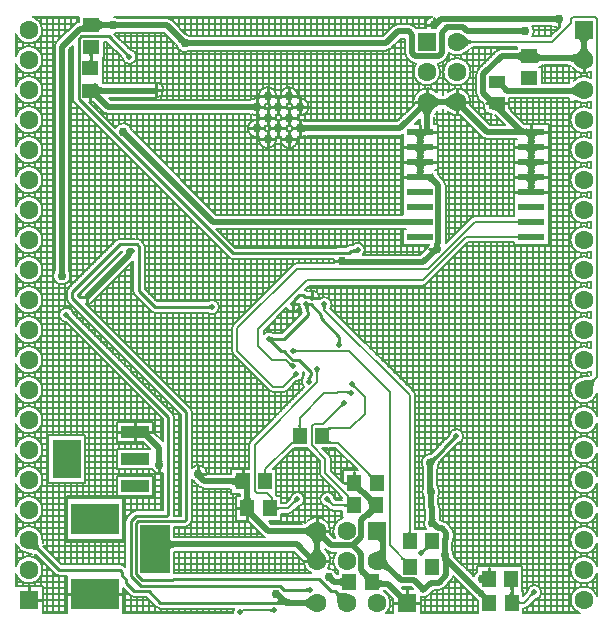
<source format=gbl>
G04*
G04 #@! TF.GenerationSoftware,Altium Limited,Altium Designer,22.1.2 (22)*
G04*
G04 Layer_Physical_Order=2*
G04 Layer_Color=16711680*
%FSTAX24Y24*%
%MOIN*%
G70*
G04*
G04 #@! TF.SameCoordinates,360A1761-899D-4A34-B866-C5D0D12458BF*
G04*
G04*
G04 #@! TF.FilePolarity,Positive*
G04*
G01*
G75*
%ADD14C,0.0100*%
%ADD29R,0.0551X0.0472*%
%ADD30R,0.0472X0.0551*%
%ADD54C,0.0080*%
%ADD56C,0.0200*%
%ADD57C,0.0300*%
%ADD58R,0.0630X0.0630*%
%ADD59C,0.0630*%
%ADD60R,0.1000X0.1600*%
%ADD61R,0.1600X0.1000*%
%ADD62R,0.0630X0.0630*%
%ADD63C,0.0200*%
%ADD64C,0.0260*%
%ADD65R,0.0866X0.0236*%
%ADD66R,0.0945X0.1299*%
%ADD67R,0.0945X0.0394*%
G04:AMPARAMS|DCode=68|XSize=43.3mil|YSize=55.1mil|CornerRadius=2.2mil|HoleSize=0mil|Usage=FLASHONLY|Rotation=90.000|XOffset=0mil|YOffset=0mil|HoleType=Round|Shape=RoundedRectangle|*
%AMROUNDEDRECTD68*
21,1,0.0433,0.0508,0,0,90.0*
21,1,0.0390,0.0551,0,0,90.0*
1,1,0.0043,0.0254,0.0195*
1,1,0.0043,0.0254,-0.0195*
1,1,0.0043,-0.0254,-0.0195*
1,1,0.0043,-0.0254,0.0195*
%
%ADD68ROUNDEDRECTD68*%
G36*
X028158Y02985D02*
X028156Y029851D01*
X028153Y029852D01*
X028148Y029853D01*
X028132Y029854D01*
X028081Y029855D01*
X028063Y029855D01*
Y030055D01*
X028158Y03006D01*
Y02985D01*
D02*
G37*
G36*
X013284Y029655D02*
X013282Y029656D01*
X013278Y029658D01*
X013273Y029659D01*
X013266Y02966D01*
X013246Y029662D01*
X013205Y029663D01*
X013188Y029663D01*
X013211Y029863D01*
X013302Y029864D01*
X013284Y029655D01*
D02*
G37*
G36*
X013509Y029854D02*
X013512Y029853D01*
X013518Y029852D01*
X013533Y029851D01*
X013585Y02985D01*
X013602Y02985D01*
Y02965D01*
X013507Y029645D01*
Y029855D01*
X013509Y029854D01*
D02*
G37*
G36*
X012952Y029944D02*
X012958Y029927D01*
X012968Y029912D01*
X012982Y029899D01*
X013Y029888D01*
X013022Y029879D01*
X013048Y029872D01*
X013078Y029867D01*
X013112Y029864D01*
X01315Y029863D01*
Y029663D01*
X013112Y029662D01*
X013078Y029659D01*
X013048Y029654D01*
X013022Y029647D01*
X013Y029638D01*
X012982Y029627D01*
X012968Y029614D01*
X012958Y029599D01*
X012952Y029582D01*
X01295Y029563D01*
Y029963D01*
X012952Y029944D01*
D02*
G37*
G36*
X012402Y029541D02*
X012401Y02954D01*
X012397Y02954D01*
X012334Y02954D01*
X012295Y02954D01*
Y02974D01*
X012316Y02974D01*
X012402Y029745D01*
X012403Y029746D01*
X012402Y029541D01*
D02*
G37*
G36*
X027043Y029445D02*
X027041Y029446D01*
X027038Y029447D01*
X027032Y029448D01*
X027017Y029449D01*
X026965Y02945D01*
X026948Y02945D01*
Y02965D01*
X027043Y029655D01*
Y029445D01*
D02*
G37*
G36*
X015798Y0293D02*
X01565Y029151D01*
X015649Y029153D01*
X015647Y029157D01*
X015644Y029161D01*
X015634Y029173D01*
X015599Y02921D01*
X015587Y029222D01*
X015728Y029363D01*
X015798Y0293D01*
D02*
G37*
G36*
X015909Y029254D02*
X015912Y029253D01*
X015918Y029252D01*
X015933Y029251D01*
X015985Y02925D01*
X016002Y02925D01*
Y02905D01*
X015907Y029045D01*
Y029255D01*
X015909Y029254D01*
D02*
G37*
G36*
X02513Y029386D02*
X025224Y029305D01*
X025252Y029285D01*
X025279Y029269D01*
X025305Y029256D01*
X025328Y029247D01*
X025351Y029242D01*
X025371Y02924D01*
Y02916D01*
X025351Y029158D01*
X025328Y029153D01*
X025305Y029144D01*
X025279Y029131D01*
X025252Y029115D01*
X025224Y029095D01*
X025194Y029072D01*
X02513Y029014D01*
X025095Y02898D01*
Y02942D01*
X02513Y029386D01*
D02*
G37*
G36*
X012742Y028952D02*
X012739Y028947D01*
X012736Y028941D01*
X012733Y028935D01*
X012731Y028928D01*
X012729Y02892D01*
X012728Y028911D01*
X012727Y028902D01*
X012726Y028881D01*
X012626D01*
X012626Y028892D01*
X012624Y028911D01*
X012623Y02892D01*
X012621Y028928D01*
X012619Y028935D01*
X012616Y028941D01*
X012613Y028947D01*
X01261Y028952D01*
X012606Y028956D01*
X012746D01*
X012742Y028952D01*
D02*
G37*
G36*
X013889Y028832D02*
X013904Y028819D01*
X013911Y028814D01*
X013918Y02881D01*
X013925Y028806D01*
X013931Y028803D01*
X013937Y028801D01*
X013943Y0288D01*
X013949Y0288D01*
X01385Y028701D01*
X01385Y028707D01*
X013849Y028713D01*
X013847Y028719D01*
X013844Y028725D01*
X01384Y028732D01*
X013836Y028739D01*
X013831Y028746D01*
X013825Y028753D01*
X013811Y028768D01*
X013882Y028839D01*
X013889Y028832D01*
D02*
G37*
G36*
X012767Y028793D02*
X012758Y02879D01*
X012751Y028785D01*
X012744Y028778D01*
X012739Y028769D01*
X012734Y028757D01*
X012731Y028744D01*
X012728Y028729D01*
X012727Y028712D01*
X012726Y028693D01*
X012626D01*
X012626Y028712D01*
X012624Y028729D01*
X012622Y028744D01*
X012618Y028757D01*
X012614Y028769D01*
X012608Y028778D01*
X012602Y028785D01*
X012594Y02879D01*
X012586Y028793D01*
X012576Y028794D01*
X012776D01*
X012767Y028793D01*
D02*
G37*
G36*
X012727Y028638D02*
X012728Y028621D01*
X012731Y028606D01*
X012734Y028593D01*
X012739Y028581D01*
X012744Y028572D01*
X012751Y028565D01*
X012758Y02856D01*
X012767Y028557D01*
X012776Y028556D01*
X012576D01*
X012586Y028557D01*
X012594Y02856D01*
X012602Y028565D01*
X012608Y028572D01*
X012614Y028581D01*
X012618Y028593D01*
X012622Y028606D01*
X012624Y028621D01*
X012626Y028638D01*
X012626Y028657D01*
X012726D01*
X012727Y028638D01*
D02*
G37*
G36*
X027003Y028526D02*
X027001Y028545D01*
X026995Y028562D01*
X026985Y028577D01*
X026971Y02859D01*
X026953Y028601D01*
X02693Y02861D01*
X026904Y028617D01*
X026874Y028622D01*
X02684Y028625D01*
X026802Y028626D01*
Y028826D01*
X02684Y028827D01*
X026874Y02883D01*
X026904Y028835D01*
X02693Y028842D01*
X026953Y028851D01*
X026971Y028862D01*
X026985Y028875D01*
X026995Y02889D01*
X027001Y028907D01*
X027003Y028926D01*
Y028526D01*
D02*
G37*
G36*
X027552Y028844D02*
X027558Y028827D01*
X027568Y028812D01*
X027582Y028799D01*
X0276Y028788D01*
X027622Y028779D01*
X027648Y028772D01*
X027678Y028767D01*
X027712Y028764D01*
X02775Y028763D01*
Y028563D01*
X027712Y028562D01*
X027648Y028556D01*
X027622Y028551D01*
X0276Y028545D01*
X027582Y028537D01*
X027568Y028528D01*
X027558Y028517D01*
X027552Y028504D01*
X02755Y028491D01*
Y028863D01*
X027552Y028844D01*
D02*
G37*
G36*
X029281Y029284D02*
X029264Y029278D01*
X029249Y029268D01*
X029236Y029254D01*
X029225Y029236D01*
X029216Y029214D01*
X029209Y029188D01*
X029204Y029158D01*
X029201Y029124D01*
X0292Y029087D01*
X029201Y029059D01*
X029205Y029031D01*
X029211Y029003D01*
X029219Y028976D01*
X02923Y02895D01*
X029243Y028924D01*
X029259Y028898D01*
X029277Y028873D01*
X029298Y028849D01*
X02932Y028825D01*
X028916D01*
X028836Y028429D01*
X028818Y028454D01*
X028798Y028477D01*
X028778Y028497D01*
X028756Y028515D01*
X028733Y028529D01*
X028709Y028541D01*
X028683Y028551D01*
X028656Y028558D01*
X028628Y028562D01*
X028598Y028563D01*
X028641Y028763D01*
X028669Y028764D01*
X028697Y028767D01*
X028724Y028772D01*
X028752Y028779D01*
X028781Y028787D01*
X028809Y028798D01*
X028837Y028811D01*
X028866Y028826D01*
X0289Y028847D01*
X028902Y028849D01*
X028923Y028873D01*
X028941Y028898D01*
X028957Y028924D01*
X02897Y02895D01*
X028981Y028976D01*
X028989Y029003D01*
X028995Y029031D01*
X028999Y029059D01*
X029Y029087D01*
X028999Y029124D01*
X028996Y029158D01*
X028991Y029188D01*
X028984Y029214D01*
X028975Y029236D01*
X028964Y029254D01*
X028951Y029268D01*
X028936Y029278D01*
X028919Y029284D01*
X0289Y029286D01*
X0293D01*
X029281Y029284D01*
D02*
G37*
G36*
X012927Y027755D02*
X012933Y027738D01*
X012943Y027723D01*
X012957Y02771D01*
X012975Y027699D01*
X012997Y02769D01*
X013023Y027683D01*
X013053Y027678D01*
X013088Y027675D01*
X013126Y027674D01*
Y027474D01*
X013088Y027473D01*
X013053Y02747D01*
X013023Y027465D01*
X012997Y027458D01*
X012975Y027449D01*
X012957Y027438D01*
X012943Y027425D01*
X012933Y02741D01*
X012927Y027393D01*
X012925Y027374D01*
Y027774D01*
X012927Y027755D01*
D02*
G37*
G36*
X028896Y02736D02*
X02887Y027381D01*
X028843Y0274D01*
X028816Y027417D01*
X028789Y027431D01*
X028762Y027444D01*
X028735Y027454D01*
X028707Y027461D01*
X02868Y027467D01*
X028652Y02747D01*
X028623Y027471D01*
X028604Y027671D01*
X028633Y027673D01*
X028662Y027677D01*
X028689Y027683D01*
X028715Y027692D01*
X028741Y027703D01*
X028766Y027717D01*
X02879Y027734D01*
X028813Y027753D01*
X028835Y027775D01*
X028856Y027799D01*
X028896Y02736D01*
D02*
G37*
G36*
X024645Y02698D02*
X024621Y027002D01*
X024597Y027023D01*
X024572Y027041D01*
X024546Y027057D01*
X02452Y02707D01*
X024494Y027081D01*
X024467Y027089D01*
X024439Y027095D01*
X024411Y027099D01*
X024382Y0271D01*
Y0273D01*
X024411Y027301D01*
X024439Y027305D01*
X024467Y027311D01*
X024494Y027319D01*
X02452Y02733D01*
X024546Y027343D01*
X024572Y027359D01*
X024597Y027377D01*
X024621Y027398D01*
X024645Y02742D01*
Y02698D01*
D02*
G37*
G36*
X024119Y027398D02*
X024143Y027377D01*
X024168Y027359D01*
X024194Y027343D01*
X02422Y02733D01*
X024246Y027319D01*
X024273Y027311D01*
X024301Y027305D01*
X024329Y027301D01*
X024358Y0273D01*
Y0271D01*
X024329Y027099D01*
X024301Y027095D01*
X024273Y027089D01*
X024246Y027081D01*
X02422Y02707D01*
X024194Y027057D01*
X024168Y027041D01*
X024143Y027023D01*
X024119Y027002D01*
X024095Y02698D01*
Y02742D01*
X024119Y027398D01*
D02*
G37*
G36*
X018086Y026931D02*
X018084Y026932D01*
X018081Y026933D01*
X018076Y026933D01*
X01806Y026935D01*
X018009Y026936D01*
X017991Y026936D01*
Y027136D01*
X018086Y027141D01*
Y026931D01*
D02*
G37*
G36*
X026474Y026956D02*
X026474Y026945D01*
X026477Y026932D01*
X026483Y026918D01*
X026491Y026902D01*
X026502Y026885D01*
X026516Y026867D01*
X026552Y026825D01*
X026574Y026803D01*
X026291D01*
X026262Y026831D01*
X026233Y026856D01*
X026204Y026878D01*
X026175Y026897D01*
X026146Y026913D01*
X026118Y026925D01*
X02609Y026935D01*
X026063Y026941D01*
X026036Y026945D01*
X026009Y026945D01*
X026476Y026966D01*
X026474Y026956D01*
D02*
G37*
G36*
X024068Y026951D02*
X024047Y026927D01*
X024029Y026902D01*
X024013Y026876D01*
X024Y02685D01*
X023989Y026824D01*
X023981Y026797D01*
X023975Y026769D01*
X023971Y026741D01*
X02397Y026712D01*
X02377D01*
X023769Y026741D01*
X023765Y026769D01*
X023759Y026797D01*
X023751Y026824D01*
X02374Y02685D01*
X023727Y026876D01*
X023711Y026902D01*
X023693Y026927D01*
X023672Y026951D01*
X02365Y026975D01*
X02409D01*
X024068Y026951D01*
D02*
G37*
G36*
X019747Y026417D02*
X019751Y026417D01*
X019756Y026416D01*
X019771Y026415D01*
X019823Y026413D01*
X01984Y026413D01*
Y026213D01*
X019745Y026208D01*
Y026418D01*
X019747Y026417D01*
D02*
G37*
G36*
X026958Y02642D02*
X02703Y026359D01*
X027062Y026337D01*
X027092Y02632D01*
X027119Y026309D01*
X027143Y026303D01*
X027165Y026302D01*
X027185Y026307D01*
X027201Y026317D01*
X026919Y026083D01*
X026917Y026086D01*
X026911Y026089D01*
X026901Y026092D01*
X026887Y026094D01*
X026869Y026096D01*
X026791Y026099D01*
X026719Y0261D01*
Y0263D01*
X026757Y0263D01*
X026791Y026303D01*
X026777Y026317D01*
X026919Y026458D01*
X026958Y02642D01*
D02*
G37*
G36*
X013901Y026197D02*
X013903Y026193D01*
X013906Y026189D01*
X013916Y026177D01*
X013951Y02614D01*
X013963Y026128D01*
X013822Y025987D01*
X013751Y02605D01*
X0139Y026198D01*
X013901Y026197D01*
D02*
G37*
G36*
X027531Y026082D02*
X027514Y026076D01*
X027499Y026066D01*
X027486Y026052D01*
X027475Y026034D01*
X027466Y026012D01*
X027459Y025986D01*
X027454Y025956D01*
X027454Y02595D01*
X027454Y025944D01*
X027459Y025914D01*
X027466Y025888D01*
X027475Y025866D01*
X027486Y025848D01*
X027499Y025834D01*
X027514Y025824D01*
X027531Y025818D01*
X02755Y025816D01*
X02715D01*
X027169Y025818D01*
X027186Y025824D01*
X027201Y025834D01*
X027214Y025848D01*
X027225Y025866D01*
X027234Y025888D01*
X027241Y025914D01*
X027246Y025944D01*
X027247Y02595D01*
X027246Y025956D01*
X027241Y025986D01*
X027234Y026012D01*
X027225Y026034D01*
X027214Y026052D01*
X027201Y026066D01*
X027186Y026076D01*
X027169Y026082D01*
X02715Y026084D01*
X02755D01*
X027531Y026082D01*
D02*
G37*
G36*
X023831D02*
X023814Y026076D01*
X023799Y026066D01*
X023786Y026052D01*
X023775Y026034D01*
X023766Y026012D01*
X023759Y025986D01*
X023754Y025956D01*
X023753Y02595D01*
X023754Y025944D01*
X023759Y025914D01*
X023766Y025888D01*
X023775Y025866D01*
X023786Y025848D01*
X023799Y025834D01*
X023814Y025824D01*
X023831Y025818D01*
X02385Y025816D01*
X02345D01*
X023469Y025818D01*
X023486Y025824D01*
X023501Y025834D01*
X023514Y025848D01*
X023525Y025866D01*
X023534Y025888D01*
X023541Y025914D01*
X023546Y025944D01*
X023546Y02595D01*
X023546Y025956D01*
X023541Y025986D01*
X023534Y026012D01*
X023525Y026034D01*
X023514Y026052D01*
X023501Y026066D01*
X023486Y026076D01*
X023469Y026082D01*
X02345Y026084D01*
X02385D01*
X023831Y026082D01*
D02*
G37*
G36*
X027531Y025582D02*
X027514Y025576D01*
X027499Y025566D01*
X027486Y025552D01*
X027475Y025534D01*
X027466Y025512D01*
X027459Y025486D01*
X027454Y025456D01*
X027454Y02545D01*
X027454Y025444D01*
X027459Y025414D01*
X027466Y025388D01*
X027475Y025366D01*
X027486Y025348D01*
X027499Y025334D01*
X027514Y025324D01*
X027531Y025318D01*
X02755Y025316D01*
X02715D01*
X027169Y025318D01*
X027186Y025324D01*
X027201Y025334D01*
X027214Y025348D01*
X027225Y025366D01*
X027234Y025388D01*
X027241Y025414D01*
X027246Y025444D01*
X027247Y02545D01*
X027246Y025456D01*
X027241Y025486D01*
X027234Y025512D01*
X027225Y025534D01*
X027214Y025552D01*
X027201Y025566D01*
X027186Y025576D01*
X027169Y025582D01*
X02715Y025584D01*
X02755D01*
X027531Y025582D01*
D02*
G37*
G36*
X023831D02*
X023814Y025576D01*
X023799Y025566D01*
X023786Y025552D01*
X023775Y025534D01*
X023766Y025512D01*
X023759Y025486D01*
X023754Y025456D01*
X023753Y02545D01*
X023754Y025444D01*
X023759Y025414D01*
X023766Y025388D01*
X023775Y025366D01*
X023786Y025348D01*
X023799Y025334D01*
X023814Y025324D01*
X023831Y025318D01*
X02385Y025316D01*
X02345D01*
X023469Y025318D01*
X023486Y025324D01*
X023501Y025334D01*
X023514Y025348D01*
X023525Y025366D01*
X023534Y025388D01*
X023541Y025414D01*
X023546Y025444D01*
X023546Y02545D01*
X023546Y025456D01*
X023541Y025486D01*
X023534Y025512D01*
X023525Y025534D01*
X023514Y025552D01*
X023501Y025566D01*
X023486Y025576D01*
X023469Y025582D01*
X02345Y025584D01*
X02385D01*
X023831Y025582D01*
D02*
G37*
G36*
X027531Y025082D02*
X027514Y025076D01*
X027499Y025066D01*
X027486Y025052D01*
X027475Y025034D01*
X027466Y025012D01*
X027459Y024986D01*
X027454Y024956D01*
X027454Y02495D01*
X027454Y024944D01*
X027459Y024914D01*
X027466Y024888D01*
X027475Y024866D01*
X027486Y024848D01*
X027499Y024834D01*
X027514Y024824D01*
X027531Y024818D01*
X02755Y024816D01*
X02715D01*
X027169Y024818D01*
X027186Y024824D01*
X027201Y024834D01*
X027214Y024848D01*
X027225Y024866D01*
X027234Y024888D01*
X027241Y024914D01*
X027246Y024944D01*
X027247Y02495D01*
X027246Y024956D01*
X027241Y024986D01*
X027234Y025012D01*
X027225Y025034D01*
X027214Y025052D01*
X027201Y025066D01*
X027186Y025076D01*
X027169Y025082D01*
X02715Y025084D01*
X02755D01*
X027531Y025082D01*
D02*
G37*
G36*
X023831D02*
X023814Y025076D01*
X023799Y025066D01*
X023786Y025052D01*
X023775Y025034D01*
X023766Y025012D01*
X023759Y024986D01*
X023754Y024956D01*
X023753Y02495D01*
X023754Y024944D01*
X023759Y024914D01*
X023766Y024888D01*
X023775Y024866D01*
X023786Y024848D01*
X023799Y024834D01*
X023814Y024824D01*
X023831Y024818D01*
X02385Y024816D01*
X02345D01*
X023469Y024818D01*
X023486Y024824D01*
X023501Y024834D01*
X023514Y024848D01*
X023525Y024866D01*
X023534Y024888D01*
X023541Y024914D01*
X023546Y024944D01*
X023546Y02495D01*
X023546Y024956D01*
X023541Y024986D01*
X023534Y025012D01*
X023525Y025034D01*
X023514Y025052D01*
X023501Y025066D01*
X023486Y025076D01*
X023469Y025082D01*
X02345Y025084D01*
X02385D01*
X023831Y025082D01*
D02*
G37*
G36*
X024083Y024798D02*
X024087Y024778D01*
X024094Y024757D01*
X024104Y024735D01*
X024117Y024712D01*
X024132Y024688D01*
X024151Y024664D01*
X024196Y024611D01*
X024223Y024583D01*
X024081Y024442D01*
X024042Y02448D01*
X02397Y024541D01*
X023937Y024563D01*
X023908Y02458D01*
X023881Y024592D01*
X023856Y024598D01*
X023835Y024599D01*
X023815Y024594D01*
X023799Y024584D01*
X024081Y024817D01*
X024083Y024798D01*
D02*
G37*
G36*
X027531Y024582D02*
X027514Y024576D01*
X027499Y024566D01*
X027486Y024552D01*
X027475Y024534D01*
X027466Y024512D01*
X027459Y024486D01*
X027454Y024456D01*
X027454Y02445D01*
X027454Y024444D01*
X027459Y024414D01*
X027466Y024388D01*
X027475Y024366D01*
X027486Y024348D01*
X027499Y024334D01*
X027514Y024324D01*
X027531Y024318D01*
X02755Y024316D01*
X02715D01*
X027169Y024318D01*
X027186Y024324D01*
X027201Y024334D01*
X027214Y024348D01*
X027225Y024366D01*
X027234Y024388D01*
X027241Y024414D01*
X027246Y024444D01*
X027247Y02445D01*
X027246Y024456D01*
X027241Y024486D01*
X027234Y024512D01*
X027225Y024534D01*
X027214Y024552D01*
X027201Y024566D01*
X027186Y024576D01*
X027169Y024582D01*
X02715Y024584D01*
X02755D01*
X027531Y024582D01*
D02*
G37*
G36*
X026919Y02312D02*
X026918Y023128D01*
X026915Y023134D01*
X026911Y02314D01*
X026906Y023146D01*
X026899Y02315D01*
X02689Y023154D01*
X026879Y023156D01*
X026867Y023158D01*
X026854Y02316D01*
X026839Y02316D01*
Y02324D01*
X026854Y02324D01*
X026867Y023242D01*
X026879Y023244D01*
X02689Y023246D01*
X026899Y02325D01*
X026906Y023254D01*
X026911Y02326D01*
X026915Y023266D01*
X026918Y023272D01*
X026919Y02328D01*
Y02312D01*
D02*
G37*
G36*
X023218Y023083D02*
X023216Y023086D01*
X02321Y023089D01*
X0232Y023092D01*
X023186Y023094D01*
X023168Y023096D01*
X02309Y023099D01*
X023018Y0231D01*
Y0233D01*
X023056Y0233D01*
X02321Y023311D01*
X023216Y023314D01*
X023218Y023317D01*
Y023083D01*
D02*
G37*
G36*
X026919Y02262D02*
X026918Y022628D01*
X026915Y022634D01*
X026911Y02264D01*
X026906Y022646D01*
X026899Y02265D01*
X02689Y022654D01*
X026879Y022656D01*
X026867Y022658D01*
X026854Y02266D01*
X026839Y02266D01*
Y02274D01*
X026854Y02274D01*
X026867Y022742D01*
X026879Y022744D01*
X02689Y022746D01*
X026899Y02275D01*
X026906Y022754D01*
X026911Y02276D01*
X026915Y022766D01*
X026918Y022772D01*
X026919Y02278D01*
Y02262D01*
D02*
G37*
G36*
X021503Y022178D02*
X021499Y02218D01*
X021494Y022182D01*
X021488Y022184D01*
X021481Y022186D01*
X021474Y022188D01*
X021458Y02219D01*
X021448Y02219D01*
X021427Y022191D01*
X021404Y022291D01*
X021415Y022291D01*
X021434Y022293D01*
X021442Y022295D01*
X02145Y022297D01*
X021457Y0223D01*
X021463Y022303D01*
X021468Y022306D01*
X021472Y02231D01*
X021476Y022315D01*
X021503Y022178D01*
D02*
G37*
G36*
X021188Y021961D02*
X021192Y021958D01*
X021197Y021957D01*
X021204Y021955D01*
X021213Y021953D01*
X021235Y021951D01*
X021264Y02195D01*
X021281Y02195D01*
Y02175D01*
X021116Y021765D01*
X021186Y021963D01*
X021188Y021961D01*
D02*
G37*
G36*
X011805Y021507D02*
X011595D01*
X011596Y021509D01*
X011597Y021512D01*
X011598Y021518D01*
X011599Y021533D01*
X0116Y021585D01*
X0116Y021602D01*
X0118D01*
X011805Y021507D01*
D02*
G37*
G36*
X01997Y020608D02*
X019966Y020613D01*
X019962Y020617D01*
X019957Y020621D01*
X019951Y020624D01*
X019944Y020627D01*
X019936Y020629D01*
X019928Y02063D01*
X019919Y020632D01*
X019909Y020632D01*
X019898Y020633D01*
X019921Y020733D01*
X019932Y020733D01*
X01996Y020735D01*
X019968Y020736D01*
X019982Y020739D01*
X019987Y020741D01*
X019992Y020743D01*
X019997Y020746D01*
X01997Y020608D01*
D02*
G37*
G36*
X020514Y020372D02*
X020509Y020366D01*
X020505Y020359D01*
X020501Y020352D01*
X020498Y020344D01*
X020495Y020336D01*
X020493Y020327D01*
X020491Y020318D01*
X02049Y020308D01*
X02049Y020298D01*
X02041D01*
X02041Y020308D01*
X020409Y020318D01*
X020407Y020327D01*
X020405Y020336D01*
X020403Y020344D01*
X020399Y020352D01*
X020395Y020359D01*
X020391Y020366D01*
X020386Y020372D01*
X02038Y020379D01*
X02052D01*
X020514Y020372D01*
D02*
G37*
G36*
X019933Y020507D02*
X019936Y020505D01*
X01994Y020504D01*
X019945Y020503D01*
X019951Y020502D01*
X019966Y020501D01*
X019985Y0205D01*
X019997Y0205D01*
Y0204D01*
X019985Y0204D01*
X019945Y020397D01*
X01994Y020396D01*
X019936Y020395D01*
X019933Y020393D01*
X019932Y020392D01*
X01993Y020389D01*
X019928Y020384D01*
X019926Y020378D01*
X019924Y020372D01*
X019922Y020365D01*
X01992Y020348D01*
X01992Y020339D01*
X019919Y020318D01*
X019819Y020295D01*
X019819Y020306D01*
X019817Y020325D01*
X019815Y020333D01*
X019813Y020341D01*
X01981Y020347D01*
X019807Y020353D01*
X019804Y020359D01*
X0198Y020363D01*
X019795Y020367D01*
X019931Y020393D01*
Y020508D01*
X019933Y020507D01*
D02*
G37*
G36*
X016629Y020289D02*
X016624Y020293D01*
X016619Y020296D01*
X016614Y020299D01*
X016607Y020302D01*
X0166Y020304D01*
X016592Y020306D01*
X016584Y020307D01*
X016574Y020308D01*
X016553Y020309D01*
Y020409D01*
X016564Y020409D01*
X016584Y020411D01*
X016592Y020412D01*
X0166Y020414D01*
X016607Y020416D01*
X016614Y020419D01*
X016619Y020422D01*
X016624Y020425D01*
X016629Y020429D01*
Y020289D01*
D02*
G37*
G36*
X01195Y020093D02*
X011951Y020087D01*
X011953Y020081D01*
X011956Y020075D01*
X01196Y020068D01*
X011964Y020061D01*
X011969Y020054D01*
X011975Y020047D01*
X011989Y020032D01*
X011918Y019961D01*
X011911Y019968D01*
X011896Y019981D01*
X011889Y019986D01*
X011882Y01999D01*
X011875Y019994D01*
X011869Y019997D01*
X011863Y019999D01*
X011857Y02D01*
X011851Y02D01*
X01195Y020099D01*
X01195Y020093D01*
D02*
G37*
G36*
X021Y019236D02*
X021002Y019216D01*
X021003Y019208D01*
X021005Y0192D01*
X021007Y019193D01*
X02101Y019186D01*
X021013Y019181D01*
X021016Y019176D01*
X02102Y019171D01*
X02088D01*
X020884Y019176D01*
X020887Y019181D01*
X02089Y019186D01*
X020893Y019193D01*
X020895Y0192D01*
X020897Y019208D01*
X020898Y019216D01*
X020899Y019226D01*
X0209Y019247D01*
X021D01*
X021Y019236D01*
D02*
G37*
G36*
X018676Y01937D02*
X018681Y019367D01*
X018686Y019364D01*
X018693Y019361D01*
X0187Y019359D01*
X018708Y019357D01*
X018716Y019356D01*
X018726Y019355D01*
X018747Y019354D01*
Y019254D01*
X018736Y019254D01*
X01872Y019252D01*
X018724Y019248D01*
X018738Y019233D01*
X018665Y019164D01*
X018657Y019172D01*
X018643Y019184D01*
X018636Y019189D01*
X018629Y019194D01*
X018622Y019197D01*
X018616Y0192D01*
X01861Y019202D01*
X018604Y019203D01*
X018598Y019204D01*
X018671Y019273D01*
Y019374D01*
X018676Y01937D01*
D02*
G37*
G36*
X019484Y018956D02*
X019489Y018951D01*
X019496Y018946D01*
X019503Y018942D01*
X01951Y018938D01*
X019518Y018935D01*
X019527Y018933D01*
X019536Y018931D01*
X019545Y01893D01*
X019555Y01893D01*
X019547Y01885D01*
X019537Y01885D01*
X019527Y018849D01*
X019518Y018848D01*
X019509Y018846D01*
X019501Y018843D01*
X019493Y01884D01*
X019485Y018837D01*
X019478Y018833D01*
X019471Y018828D01*
X019464Y018823D01*
X019478Y018963D01*
X019484Y018956D01*
D02*
G37*
G36*
X019317Y018503D02*
X019324Y018497D01*
X019331Y018492D01*
X019339Y018488D01*
X019347Y018484D01*
X019355Y018481D01*
X019362Y01848D01*
X01937Y018479D01*
X019379Y018478D01*
X019387Y018479D01*
X019301Y018369D01*
X019299Y018377D01*
X019298Y018385D01*
X019295Y018393D01*
X019292Y018401D01*
X019288Y018409D01*
X019284Y018416D01*
X019279Y018424D01*
X019273Y018431D01*
X019267Y018439D01*
X01926Y018446D01*
X019309Y01851D01*
X019317Y018503D01*
D02*
G37*
G36*
X020264Y018222D02*
X020259Y018216D01*
X020255Y018209D01*
X020251Y018202D01*
X020247Y018194D01*
X020245Y018186D01*
X020243Y018177D01*
X020241Y018168D01*
X02024Y018158D01*
X02024Y018148D01*
X02016D01*
X02016Y018158D01*
X020159Y018168D01*
X020157Y018177D01*
X020155Y018186D01*
X020152Y018194D01*
X020149Y018202D01*
X020145Y018209D01*
X020141Y018216D01*
X020136Y018222D01*
X02013Y018229D01*
X02027D01*
X020264Y018222D01*
D02*
G37*
G36*
X019503Y018024D02*
X019495Y018025D01*
X019486Y018025D01*
X019478Y018024D01*
X019471Y018022D01*
X019463Y018019D01*
X019455Y018016D01*
X019447Y018011D01*
X01944Y018006D01*
X019433Y018D01*
X019425Y017993D01*
X019376Y018057D01*
X019383Y018064D01*
X019389Y018071D01*
X019394Y018079D01*
X019399Y018086D01*
X019404Y018094D01*
X019407Y018102D01*
X01941Y01811D01*
X019413Y018118D01*
X019415Y018126D01*
X019416Y018134D01*
X019503Y018024D01*
D02*
G37*
G36*
X019994Y018004D02*
X019994Y017993D01*
X019996Y017965D01*
X019997Y017957D01*
X02Y017943D01*
X020002Y017937D01*
X020004Y017932D01*
X020007Y017928D01*
X019869Y017955D01*
X019874Y017959D01*
X019878Y017963D01*
X019882Y017968D01*
X019885Y017974D01*
X019888Y017981D01*
X01989Y017988D01*
X019891Y017997D01*
X019893Y018006D01*
X019893Y018016D01*
X019894Y018027D01*
X019994Y018004D01*
D02*
G37*
G36*
X021459Y017779D02*
X021461Y017771D01*
X021463Y017762D01*
X021466Y017755D01*
X02147Y017747D01*
X021474Y017739D01*
X021479Y017731D01*
X021484Y017724D01*
X02149Y017717D01*
X021497Y017709D01*
X021446Y017648D01*
X021439Y017655D01*
X021431Y017661D01*
X021424Y017666D01*
X021416Y01767D01*
X021408Y017674D01*
X0214Y017677D01*
X021393Y017679D01*
X021384Y01768D01*
X021376Y01768D01*
X021368Y01768D01*
X021458Y017787D01*
X021459Y017779D01*
D02*
G37*
G36*
X029483Y017926D02*
X029469Y01791D01*
X029458Y017891D01*
X029447Y017868D01*
X029438Y017841D01*
X029431Y01781D01*
X029425Y017776D01*
X02942Y017738D01*
X029415Y017652D01*
X029415Y017603D01*
X029103Y017915D01*
X029152Y017915D01*
X029276Y017925D01*
X02931Y017931D01*
X029341Y017938D01*
X029368Y017947D01*
X029391Y017958D01*
X02941Y017969D01*
X029426Y017983D01*
X029483Y017926D01*
D02*
G37*
G36*
X021263Y017448D02*
X021257Y017454D01*
X021251Y017459D01*
X021245Y017464D01*
X021238Y017468D01*
X021231Y017472D01*
X021223Y017475D01*
X021214Y017477D01*
X021205Y017479D01*
X021196Y01748D01*
X021186Y01748D01*
X021194Y01756D01*
X021204Y01756D01*
X021214Y017561D01*
X021223Y017562D01*
X021232Y017564D01*
X02124Y017567D01*
X021248Y01757D01*
X021256Y017573D01*
X021263Y017577D01*
X02127Y017582D01*
X021277Y017587D01*
X021263Y017448D01*
D02*
G37*
G36*
X021103Y017054D02*
X021094Y017053D01*
X021086Y017052D01*
X021078Y017051D01*
X02107Y017048D01*
X021062Y017045D01*
X021054Y017041D01*
X021047Y017036D01*
X021039Y017031D01*
X021032Y017025D01*
X021025Y017018D01*
X020968Y017075D01*
X020975Y017082D01*
X020981Y017089D01*
X020986Y017097D01*
X020991Y017104D01*
X020995Y017112D01*
X020998Y01712D01*
X021001Y017128D01*
X021002Y017136D01*
X021003Y017144D01*
X021004Y017153D01*
X021103Y017054D01*
D02*
G37*
G36*
X019665Y016415D02*
X019666Y016402D01*
X019668Y01639D01*
X019671Y016379D01*
X019674Y01637D01*
X019679Y016363D01*
X019684Y016358D01*
X01969Y016354D01*
X019697Y016351D01*
X019704Y01635D01*
X019544D01*
X019552Y016351D01*
X019559Y016354D01*
X019565Y016358D01*
X01957Y016363D01*
X019574Y01637D01*
X019578Y016379D01*
X019581Y01639D01*
X019583Y016402D01*
X019584Y016415D01*
X019584Y01643D01*
X019664D01*
X019665Y016415D01*
D02*
G37*
G36*
X020687Y016272D02*
X020672Y016271D01*
X020658Y01627D01*
X020646Y016268D01*
X020636Y016265D01*
X020627Y016262D01*
X020619Y016257D01*
X020614Y016252D01*
X020609Y016246D01*
X020607Y016239D01*
X020606Y016232D01*
X020607Y01635D01*
X020687Y016352D01*
Y016272D01*
D02*
G37*
G36*
X020492Y016179D02*
X020485Y016171D01*
X020479Y016164D01*
X020475Y016157D01*
X020471Y01615D01*
X020469Y016144D01*
X020467Y016138D01*
X020467Y016132D01*
X020469Y016127D01*
X020471Y016121D01*
X020475Y016117D01*
X020344Y016133D01*
X020421Y01622D01*
X020492Y016179D01*
D02*
G37*
G36*
X019664Y016187D02*
X019664Y016177D01*
X019666Y016158D01*
X019668Y016149D01*
X01967Y01614D01*
X019672Y016132D01*
X019675Y016124D01*
X019678Y016117D01*
X019681Y016109D01*
X019685Y016102D01*
X019549Y016136D01*
X019556Y016141D01*
X019562Y016146D01*
X019567Y016151D01*
X019572Y016158D01*
X019576Y016165D01*
X019579Y016172D01*
X019581Y01618D01*
X019583Y016189D01*
X019584Y016199D01*
X019584Y016209D01*
X019664Y016187D01*
D02*
G37*
G36*
X024849Y01595D02*
X024843Y01595D01*
X024837Y015949D01*
X024831Y015947D01*
X024825Y015944D01*
X024818Y01594D01*
X024811Y015936D01*
X024804Y015931D01*
X024797Y015925D01*
X024782Y015911D01*
X024711Y015982D01*
X024718Y015989D01*
X024731Y016004D01*
X024736Y016011D01*
X02474Y016018D01*
X024744Y016025D01*
X024747Y016031D01*
X024749Y016037D01*
X02475Y016043D01*
X02475Y016049D01*
X024849Y01595D01*
D02*
G37*
G36*
X019626Y015953D02*
X019618Y015951D01*
X01961Y015948D01*
X019603Y015945D01*
X019595Y015941D01*
X019588Y015937D01*
X019581Y015932D01*
X019566Y015921D01*
X019559Y015915D01*
X019552Y015908D01*
X019478Y015947D01*
X019485Y015954D01*
X019491Y015962D01*
X019496Y015969D01*
X0195Y015977D01*
X019503Y015984D01*
X019505Y015992D01*
X019506Y015999D01*
X019506Y016007D01*
X019506Y016015D01*
X019504Y016022D01*
X019626Y015953D01*
D02*
G37*
G36*
X020494Y016012D02*
X020493Y016005D01*
X020493Y015997D01*
X020494Y01599D01*
X020496Y015982D01*
X020499Y015975D01*
X020503Y015967D01*
X020508Y01596D01*
X020514Y015952D01*
X02052Y015945D01*
X020445Y015908D01*
X020438Y015914D01*
X020423Y015927D01*
X020416Y015932D01*
X020402Y015941D01*
X020394Y015945D01*
X020387Y015949D01*
X020379Y015952D01*
X020372Y015954D01*
X020495Y01602D01*
X020494Y016012D01*
D02*
G37*
G36*
X020607Y015913D02*
X020609Y015906D01*
X020614Y0159D01*
X020619Y015895D01*
X020627Y01589D01*
X020636Y015887D01*
X020646Y015884D01*
X020658Y015882D01*
X020672Y015881D01*
X020687Y01588D01*
Y0158D01*
X020607Y015802D01*
X020606Y01592D01*
X020607Y015913D01*
D02*
G37*
G36*
X015055Y015207D02*
X014845D01*
X014846Y015209D01*
X014847Y015212D01*
X014848Y015218D01*
X014849Y015233D01*
X01485Y015285D01*
X01485Y015302D01*
X01505D01*
X015055Y015207D01*
D02*
G37*
G36*
X024218Y015337D02*
X024192Y015311D01*
X024157Y015271D01*
X024154Y015266D01*
X024147Y015254D01*
X024142Y015242D01*
X024137Y015229D01*
X024134Y015215D01*
X024132Y015201D01*
X02413Y015187D01*
X02413Y015172D01*
X024098Y015204D01*
X024092Y015197D01*
X024086Y015186D01*
X024081Y015177D01*
X02408Y01517D01*
X02398Y01527D01*
X023987Y015271D01*
X023996Y015276D01*
X024007Y015282D01*
X024014Y015287D01*
X023981Y01532D01*
X023997Y01532D01*
X024011Y015322D01*
X024025Y015324D01*
X024039Y015327D01*
X024052Y015332D01*
X024064Y015337D01*
X024076Y015344D01*
X024087Y015351D01*
X024091Y015354D01*
X024121Y015382D01*
X024147Y015408D01*
X024218Y015337D01*
D02*
G37*
G36*
X024084Y015061D02*
X024083Y015058D01*
X024082Y015052D01*
X024081Y015037D01*
X02408Y014985D01*
X02408Y014968D01*
X02388D01*
X023875Y015063D01*
X024085D01*
X024084Y015061D01*
D02*
G37*
G36*
X018513Y014889D02*
X018514Y014876D01*
X018516Y014864D01*
X018519Y014853D01*
X018522Y014844D01*
X018527Y014837D01*
X018532Y014832D01*
X018538Y014828D01*
X018545Y014825D01*
X018552Y014824D01*
X018392D01*
X0184Y014825D01*
X018407Y014828D01*
X018413Y014832D01*
X018418Y014837D01*
X018422Y014844D01*
X018426Y014853D01*
X018429Y014864D01*
X018431Y014876D01*
X018432Y014889D01*
X018432Y014904D01*
X018512D01*
X018513Y014889D01*
D02*
G37*
G36*
X021976Y014815D02*
X022005Y01479D01*
X022018Y014781D01*
X02203Y014774D01*
X022041Y01477D01*
X022051Y014768D01*
X022059D01*
X022066Y01477D01*
X022073Y014774D01*
X02196Y014661D01*
X021964Y014667D01*
X021966Y014675D01*
Y014683D01*
X021964Y014693D01*
X02196Y014704D01*
X021953Y014716D01*
X021944Y014729D01*
X021932Y014743D01*
X021903Y014774D01*
X02196Y014831D01*
X021976Y014815D01*
D02*
G37*
G36*
X01749Y01435D02*
X017488Y014369D01*
X017482Y014386D01*
X017472Y014401D01*
X017458Y014414D01*
X01744Y014425D01*
X017418Y014434D01*
X017392Y014441D01*
X017362Y014446D01*
X017327Y014449D01*
X017289Y01445D01*
Y01465D01*
X017327Y014651D01*
X017362Y014654D01*
X017392Y014659D01*
X017418Y014666D01*
X01744Y014675D01*
X017458Y014686D01*
X017472Y014699D01*
X017482Y014714D01*
X017488Y014731D01*
X01749Y01475D01*
Y01435D01*
D02*
G37*
G36*
X02408Y0144D02*
X024085Y014332D01*
X024086Y014326D01*
X024088Y014322D01*
X02409Y01432D01*
X023882Y014292D01*
X02388Y01438D01*
X02408Y014417D01*
X02408Y0144D01*
D02*
G37*
G36*
X021273Y014025D02*
X021193Y014026D01*
X021192Y014026D01*
X021192Y014027D01*
X021192Y014029D01*
X021192Y014046D01*
X021191Y014068D01*
X021272D01*
X021273Y014025D01*
D02*
G37*
G36*
X024104Y014091D02*
X024103Y014088D01*
X024102Y014082D01*
X024101Y014067D01*
X0241Y014015D01*
X0241Y013998D01*
X0239D01*
X023895Y014093D01*
X024105D01*
X024104Y014091D01*
D02*
G37*
G36*
X018743Y013983D02*
X018744Y013971D01*
X018746Y013959D01*
X018748Y01395D01*
X018751Y013942D01*
X018755Y013935D01*
X018759Y01393D01*
X018765Y013926D01*
X01877Y013924D01*
X018777Y013923D01*
X018628D01*
X018635Y013924D01*
X018641Y013926D01*
X018646Y01393D01*
X01865Y013935D01*
X018654Y013942D01*
X018657Y01395D01*
X01866Y013959D01*
X018661Y013971D01*
X018662Y013983D01*
X018663Y013997D01*
X018743D01*
X018743Y013983D01*
D02*
G37*
G36*
X017975Y014085D02*
X017978Y014051D01*
X017983Y014021D01*
X01799Y013995D01*
X017999Y013973D01*
X01801Y013955D01*
X018023Y013941D01*
X018038Y013931D01*
X018055Y013925D01*
X018074Y013923D01*
X017674D01*
X017693Y013925D01*
X01771Y013931D01*
X017725Y013941D01*
X017738Y013955D01*
X017749Y013973D01*
X017758Y013995D01*
X017765Y014021D01*
X01777Y014051D01*
X017773Y014085D01*
X017774Y014123D01*
X017974D01*
X017975Y014085D01*
D02*
G37*
G36*
X02065Y013941D02*
X020651Y013932D01*
X020653Y013924D01*
X020655Y013916D01*
X020659Y013909D01*
X020663Y013901D01*
X020667Y013893D01*
X020673Y013886D01*
X020679Y013878D01*
X020686Y013871D01*
X020629Y013814D01*
X020622Y013821D01*
X020614Y013827D01*
X020607Y013833D01*
X020599Y013837D01*
X020591Y013841D01*
X020584Y013845D01*
X020576Y013847D01*
X020568Y013849D01*
X020559Y01385D01*
X020551Y01385D01*
X02065Y013949D01*
X02065Y013941D01*
D02*
G37*
G36*
X019549Y01385D02*
X019541Y01385D01*
X019532Y013849D01*
X019524Y013847D01*
X019516Y013845D01*
X019509Y013841D01*
X019501Y013837D01*
X019493Y013833D01*
X019486Y013827D01*
X019478Y013821D01*
X019471Y013814D01*
X019414Y013871D01*
X019421Y013878D01*
X019427Y013886D01*
X019433Y013893D01*
X019437Y013901D01*
X019441Y013909D01*
X019445Y013916D01*
X019447Y013924D01*
X019449Y013932D01*
X01945Y013941D01*
X01945Y013949D01*
X019549Y01385D01*
D02*
G37*
G36*
X021948Y014126D02*
X022024Y014061D01*
X022057Y014038D01*
X022087Y014021D01*
X022114Y014009D01*
X022137Y014004D01*
X022157Y014005D01*
X022175Y014012D01*
X022188Y014025D01*
X021942Y013708D01*
X021951Y013725D01*
X021953Y013747D01*
X021948Y013773D01*
X021937Y013802D01*
X021919Y013836D01*
X021895Y013873D01*
X021863Y013914D01*
X02178Y014008D01*
X021729Y014061D01*
X021906Y014167D01*
X021948Y014126D01*
D02*
G37*
G36*
X021194Y013671D02*
X021193Y013679D01*
X021191Y013686D01*
X021187Y013692D01*
X021181Y013697D01*
X021174Y013701D01*
X021165Y013705D01*
X021154Y013708D01*
X021142Y01371D01*
X021128Y013711D01*
X021113Y013711D01*
Y013791D01*
X021128Y013792D01*
X021142Y013793D01*
X021154Y013795D01*
X021165Y013798D01*
X021174Y013801D01*
X021181Y013806D01*
X021187Y013811D01*
X021191Y013817D01*
X021193Y013824D01*
X021194Y013831D01*
Y013671D01*
D02*
G37*
G36*
X018857Y013721D02*
X018859Y013714D01*
X018863Y013708D01*
X018869Y013703D01*
X018876Y013699D01*
X018885Y013695D01*
X018896Y013692D01*
X018908Y01369D01*
X018922Y013689D01*
X018937Y013689D01*
Y013609D01*
X018922Y013608D01*
X018908Y013607D01*
X018896Y013605D01*
X018885Y013602D01*
X018876Y013599D01*
X018869Y013594D01*
X018863Y013589D01*
X018859Y013583D01*
X018857Y013576D01*
X018856Y013569D01*
Y013729D01*
X018857Y013721D01*
D02*
G37*
G36*
X022125Y013477D02*
X022119Y013479D01*
X022111Y013478D01*
X022099Y013473D01*
X022085Y013465D01*
X022068Y013452D01*
X022026Y013417D01*
X021972Y013366D01*
X021941Y013336D01*
X021799Y013477D01*
X02183Y013508D01*
X021928Y013621D01*
X021937Y013635D01*
X021942Y013647D01*
X021943Y013655D01*
X021941Y013661D01*
X022125Y013477D01*
D02*
G37*
G36*
X024155Y013257D02*
X023945D01*
X023946Y013259D01*
X023947Y013262D01*
X023948Y013268D01*
X023949Y013283D01*
X02395Y013335D01*
X02395Y013352D01*
X02415D01*
X024155Y013257D01*
D02*
G37*
G36*
X024262Y013106D02*
X024146Y01294D01*
X024134Y012952D01*
X024079Y013D01*
X024075Y013001D01*
X024073Y013002D01*
X024199Y013166D01*
X024262Y013106D01*
D02*
G37*
G36*
X02334Y012889D02*
X023342Y012876D01*
X023344Y012864D01*
X023346Y012853D01*
X02335Y012844D01*
X023354Y012837D01*
X02336Y012832D01*
X023366Y012828D01*
X023372Y012825D01*
X02338Y012824D01*
X02322D01*
X023228Y012825D01*
X023234Y012828D01*
X02324Y012832D01*
X023246Y012837D01*
X02325Y012844D01*
X023254Y012853D01*
X023256Y012864D01*
X023258Y012876D01*
X02326Y012889D01*
X02326Y012904D01*
X02334D01*
X02334Y012889D01*
D02*
G37*
G36*
X019975Y01268D02*
X019951Y012702D01*
X019927Y012723D01*
X019902Y012741D01*
X019876Y012757D01*
X01985Y01277D01*
X019824Y012781D01*
X019797Y012789D01*
X019769Y012795D01*
X019741Y012799D01*
X019712Y0128D01*
Y013D01*
X019741Y013001D01*
X019769Y013005D01*
X019797Y013011D01*
X019824Y013019D01*
X01985Y01303D01*
X019876Y013043D01*
X019902Y013059D01*
X019927Y013077D01*
X019951Y013098D01*
X019975Y01312D01*
Y01268D01*
D02*
G37*
G36*
X020398Y012651D02*
X020377Y012627D01*
X020359Y012602D01*
X020343Y012576D01*
X02033Y01255D01*
X020319Y012524D01*
X020311Y012497D01*
X020305Y012469D01*
X020301Y012441D01*
X0203Y012412D01*
X0201D01*
X020099Y012441D01*
X020095Y012469D01*
X020089Y012497D01*
X020081Y012524D01*
X02007Y01255D01*
X020057Y012576D01*
X020041Y012602D01*
X020023Y012627D01*
X020002Y012651D01*
X01998Y012675D01*
X02042D01*
X020398Y012651D01*
D02*
G37*
G36*
X022514Y012584D02*
X022514Y012578D01*
X022515Y012386D01*
X022315D01*
X022314Y012424D01*
X022311Y012458D01*
X022306Y012488D01*
X022299Y012514D01*
X02229Y012536D01*
X022279Y012554D01*
X022266Y012568D01*
X022251Y012578D01*
X022234Y012584D01*
X022215Y012586D01*
X022514D01*
X022514Y012584D01*
D02*
G37*
G36*
X023926Y012277D02*
X02392Y012281D01*
X023913Y012283D01*
X023904Y012283D01*
X023895Y012281D01*
X023884Y012276D01*
X023872Y012269D01*
X023859Y01226D01*
X023845Y012249D01*
X023813Y012219D01*
X023775Y012257D01*
X023802Y012208D01*
X023795Y012201D01*
X023783Y012187D01*
X023778Y012179D01*
X023769Y012164D01*
X023765Y012157D01*
X023762Y012149D01*
X023759Y012142D01*
X023757Y012134D01*
X023686Y012254D01*
X023694Y012253D01*
X023701Y012252D01*
X023709Y012252D01*
X023717Y012254D01*
X023724Y012256D01*
X023732Y012259D01*
X023739Y012263D01*
X023747Y012268D01*
X023754Y012274D01*
X02376Y012279D01*
X023772Y012292D01*
X023798Y012322D01*
X023807Y012335D01*
X023814Y012347D01*
X023818Y012357D01*
X023821Y012367D01*
X023821Y012375D01*
X023819Y012383D01*
X023814Y012389D01*
X023926Y012277D01*
D02*
G37*
G36*
X0153Y012631D02*
X015306Y012614D01*
X015316Y012599D01*
X01533Y012586D01*
X015348Y012575D01*
X01537Y012566D01*
X015396Y012559D01*
X015426Y012554D01*
X015461Y012551D01*
X015499Y01255D01*
Y01235D01*
X015461Y012349D01*
X015426Y012346D01*
X015396Y012341D01*
X01537Y012334D01*
X015348Y012325D01*
X01533Y012314D01*
X015316Y012301D01*
X015306Y012286D01*
X0153Y012269D01*
X015298Y01225D01*
Y01265D01*
X0153Y012631D01*
D02*
G37*
G36*
X010915Y012551D02*
X010921Y012468D01*
X010926Y012432D01*
X010932Y012399D01*
X01094Y012369D01*
X01095Y012342D01*
X010961Y012319D01*
X010974Y012299D01*
X010989Y012282D01*
X010918Y012211D01*
X010901Y012226D01*
X010881Y012239D01*
X010858Y01225D01*
X010831Y01226D01*
X010801Y012268D01*
X010768Y012274D01*
X010732Y012279D01*
X010649Y012285D01*
X010603Y012285D01*
X010915Y012597D01*
X010915Y012551D01*
D02*
G37*
G36*
X024574Y012202D02*
X024364D01*
X024365Y012204D01*
X024366Y012207D01*
X024367Y012212D01*
X024368Y012228D01*
X024369Y012279D01*
X024369Y012296D01*
X024569D01*
X024574Y012202D01*
D02*
G37*
G36*
X020301Y012359D02*
X020305Y012331D01*
X020311Y012303D01*
X020319Y012276D01*
X02033Y01225D01*
X020343Y012224D01*
X020359Y012198D01*
X020377Y012173D01*
X020398Y012149D01*
X02042Y012125D01*
X01998D01*
X020002Y012149D01*
X020023Y012173D01*
X020041Y012198D01*
X020057Y012224D01*
X02007Y01225D01*
X020081Y012276D01*
X020089Y012303D01*
X020095Y012331D01*
X020099Y012359D01*
X0201Y012388D01*
X0203D01*
X020301Y012359D01*
D02*
G37*
G36*
X023081Y012015D02*
X023111Y01199D01*
X023124Y011981D01*
X023136Y011974D01*
X023147Y011969D01*
X023156Y011967D01*
X023165Y011967D01*
X023172Y011969D01*
X023178Y011973D01*
X023066Y011861D01*
X023071Y011867D01*
X023073Y011875D01*
X023073Y011883D01*
X02307Y011893D01*
X023066Y011903D01*
X023059Y011915D01*
X023049Y011928D01*
X023038Y011943D01*
X023008Y011974D01*
X023065Y012031D01*
X023081Y012015D01*
D02*
G37*
G36*
X024603Y012024D02*
X024604Y01202D01*
X024606Y012015D01*
X02461Y012009D01*
X024615Y012002D01*
X024621Y011994D01*
X024638Y011975D01*
X02466Y011952D01*
X024511Y011818D01*
X024407Y011958D01*
X024603Y012027D01*
X024603Y012024D01*
D02*
G37*
G36*
X022515Y012319D02*
X02251Y011968D01*
X022536Y011908D01*
X022549Y01188D01*
X022579Y011828D01*
X022595Y011804D01*
X022629Y011761D01*
X022648Y011742D01*
X022559Y011547D01*
X022537Y011567D01*
X022515Y011584D01*
X022491Y011598D01*
X022467Y011608D01*
X022442Y011616D01*
X022416Y01162D01*
X02239Y011621D01*
X022363Y011618D01*
X022336Y011613D01*
X022307Y011604D01*
X022485Y011975D01*
X022192Y012215D01*
X022216Y012217D01*
X022237Y012223D01*
X022255Y012231D01*
X022271Y012243D01*
X022284Y012258D01*
X022295Y012277D01*
X022304Y012298D01*
X02231Y012323D01*
X022314Y012351D01*
X022315Y012382D01*
X022515Y012319D01*
D02*
G37*
G36*
X021825Y011584D02*
X02191Y011509D01*
X021932Y011493D01*
X021952Y011481D01*
X021969Y011473D01*
X021983Y011469D01*
X021994Y01147D01*
X022002Y011475D01*
X021792Y011264D01*
X021797Y011273D01*
X021797Y011284D01*
X021794Y011298D01*
X021786Y011315D01*
X021773Y011334D01*
X021757Y011357D01*
X021737Y011382D01*
X021683Y011442D01*
X021649Y011476D01*
X021791Y011617D01*
X021825Y011584D01*
D02*
G37*
G36*
X021044Y011001D02*
X021042Y01102D01*
X021036Y011037D01*
X021026Y011052D01*
X021012Y011065D01*
X020994Y011076D01*
X020971Y011085D01*
X020945Y011092D01*
X020915Y011097D01*
X020881Y0111D01*
X020843Y011101D01*
Y011301D01*
X020881Y011302D01*
X020915Y011305D01*
X020945Y01131D01*
X020971Y011317D01*
X020994Y011326D01*
X021012Y011337D01*
X021026Y01135D01*
X021036Y011365D01*
X021042Y011382D01*
X021044Y011401D01*
Y011001D01*
D02*
G37*
G36*
X022262Y011319D02*
X022268Y011302D01*
X022278Y011287D01*
X022292Y011274D01*
X02231Y011263D01*
X022332Y011254D01*
X022358Y011247D01*
X022388Y011242D01*
X022423Y011239D01*
X022461Y011238D01*
Y011038D01*
X022423Y011037D01*
X022388Y011034D01*
X022358Y011029D01*
X022332Y011022D01*
X02231Y011013D01*
X022292Y011002D01*
X022278Y010989D01*
X022268Y010974D01*
X022262Y010957D01*
X02226Y010938D01*
Y011338D01*
X022262Y011319D01*
D02*
G37*
G36*
X026789Y011024D02*
X02678Y011021D01*
X026773Y011016D01*
X026766Y011009D01*
X026761Y011D01*
X026756Y010989D01*
X026753Y010976D01*
X02675Y010961D01*
X026749Y010943D01*
X026748Y010924D01*
X026648D01*
X026648Y010943D01*
X026646Y010961D01*
X026644Y010976D01*
X02664Y010989D01*
X026636Y011D01*
X02663Y011009D01*
X026624Y011016D01*
X026616Y011021D01*
X026608Y011024D01*
X026598Y011025D01*
X026798D01*
X026789Y011024D01*
D02*
G37*
G36*
X019904Y01086D02*
X0199Y010864D01*
X019895Y010867D01*
X019889Y01087D01*
X019883Y010873D01*
X019876Y010875D01*
X019868Y010877D01*
X019859Y010878D01*
X01985Y010879D01*
X019829Y01088D01*
Y01098D01*
X01984Y01098D01*
X019859Y010982D01*
X019868Y010983D01*
X019876Y010985D01*
X019883Y010987D01*
X019889Y01099D01*
X019895Y010993D01*
X0199Y010996D01*
X019904Y011D01*
Y01086D01*
D02*
G37*
G36*
X026749Y010855D02*
X02675Y010838D01*
X026753Y010823D01*
X026756Y01081D01*
X026761Y010799D01*
X026766Y01079D01*
X026773Y010783D01*
X02678Y010778D01*
X026789Y010775D01*
X026798Y010774D01*
X026598D01*
X026608Y010775D01*
X026616Y010778D01*
X026624Y010783D01*
X02663Y01079D01*
X026636Y010799D01*
X02664Y01081D01*
X026644Y010823D01*
X026646Y010838D01*
X026648Y010855D01*
X026648Y010874D01*
X026748D01*
X026749Y010855D01*
D02*
G37*
G36*
X027449Y01075D02*
X027441Y01075D01*
X027432Y010749D01*
X027424Y010747D01*
X027416Y010745D01*
X027409Y010741D01*
X027401Y010737D01*
X027393Y010733D01*
X027386Y010727D01*
X027378Y010721D01*
X027371Y010714D01*
X027314Y010771D01*
X027321Y010778D01*
X027327Y010786D01*
X027333Y010793D01*
X027337Y010801D01*
X027341Y010809D01*
X027345Y010816D01*
X027347Y010824D01*
X027349Y010832D01*
X02735Y010841D01*
X02735Y010849D01*
X027449Y01075D01*
D02*
G37*
G36*
X025872Y010774D02*
X025715Y010617D01*
X025715Y01062D01*
X025712Y010626D01*
X025706Y010635D01*
X025696Y010646D01*
X025649Y010697D01*
X025574Y010774D01*
X025715Y010916D01*
X025872Y010774D01*
D02*
G37*
G36*
X020899Y010874D02*
X020919Y010861D01*
X020942Y01085D01*
X020969Y01084D01*
X020999Y010832D01*
X021032Y010826D01*
X021068Y010821D01*
X021151Y010815D01*
X021197Y010815D01*
X020885Y010503D01*
X020885Y010549D01*
X020879Y010632D01*
X020874Y010668D01*
X020868Y010701D01*
X02086Y010731D01*
X02085Y010758D01*
X020839Y010781D01*
X020826Y010801D01*
X020811Y010818D01*
X020882Y010889D01*
X020899Y010874D01*
D02*
G37*
G36*
X019062Y010746D02*
X019058Y010739D01*
X019067Y010741D01*
X019096Y010715D01*
X019126Y010691D01*
X019157Y010669D01*
X01919Y010651D01*
X019223Y010635D01*
X019258Y010623D01*
X019294Y010613D01*
X019331Y010606D01*
X019369Y010601D01*
X019408Y0106D01*
X019167Y0105D01*
X019096Y010512D01*
Y010429D01*
X01909Y010433D01*
X019081Y010437D01*
X019068Y01044D01*
X019052Y010443D01*
X019009Y010447D01*
X018918Y01045D01*
X01888Y01045D01*
Y010549D01*
X018876Y01055D01*
X018893Y010551D01*
X018906Y010556D01*
X018914Y010563D01*
X018917Y010573D01*
X018915Y010585D01*
X018909Y010601D01*
X018897Y010619D01*
X018885Y010634D01*
X018882Y010637D01*
X018877Y010639D01*
X018874Y010641D01*
X018871Y010641D01*
X018875Y010647D01*
X01886Y010665D01*
X018834Y010691D01*
X018924Y010711D01*
X018999Y010808D01*
X019062Y010746D01*
D02*
G37*
G36*
X026933Y010572D02*
X026935Y010566D01*
X026939Y01056D01*
X026945Y010554D01*
X026952Y01055D01*
X026961Y010546D01*
X026972Y010544D01*
X026984Y010542D01*
X026998Y01054D01*
X027013Y01054D01*
Y01046D01*
X026998Y01046D01*
X026984Y010458D01*
X026972Y010456D01*
X026961Y010454D01*
X026952Y01045D01*
X026945Y010446D01*
X026939Y01044D01*
X026935Y010434D01*
X026933Y010428D01*
X026932Y01042D01*
Y01058D01*
X026933Y010572D01*
D02*
G37*
G36*
X019975Y01028D02*
X019951Y010302D01*
X019927Y010323D01*
X019902Y010341D01*
X019876Y010357D01*
X01985Y01037D01*
X019824Y010381D01*
X019797Y010389D01*
X019769Y010395D01*
X019741Y010399D01*
X019712Y0104D01*
Y0106D01*
X019741Y010601D01*
X019769Y010605D01*
X019797Y010611D01*
X019824Y010619D01*
X01985Y01063D01*
X019876Y010643D01*
X019902Y010659D01*
X019927Y010677D01*
X019951Y010698D01*
X019975Y01072D01*
Y01028D01*
D02*
G37*
G36*
X018702Y01018D02*
X018696Y010186D01*
X01869Y010191D01*
X018683Y010195D01*
X018675Y010199D01*
X018668Y010202D01*
X018659Y010205D01*
X018651Y010207D01*
X018642Y010209D01*
X018632Y01021D01*
X018622Y01021D01*
Y01029D01*
X018632Y01029D01*
X018642Y010291D01*
X018651Y010293D01*
X018659Y010295D01*
X018668Y010297D01*
X018675Y010301D01*
X018683Y010305D01*
X01869Y010309D01*
X018696Y010314D01*
X018702Y01032D01*
Y01018D01*
D02*
G37*
D14*
X028265Y029705D02*
Y029955D01*
X0291Y028185D02*
Y0286D01*
X0262Y027161D02*
X026576D01*
X025824D02*
X0262D01*
X02487Y0272D02*
Y027615D01*
Y0272D02*
X025285D01*
X02487Y026785D02*
Y0272D01*
X02735Y0262D02*
Y026418D01*
Y0262D02*
X027883D01*
X02735Y0247D02*
X027883D01*
X02735Y0257D02*
X027883D01*
X026817D02*
X02735D01*
Y0252D02*
X027883D01*
X026817D02*
X02735D01*
X026817Y0247D02*
X02735D01*
Y0242D02*
X027883D01*
X026817D02*
X02735D01*
X0241Y02975D02*
Y03D01*
X02385Y02975D02*
X0241D01*
X02387Y0272D02*
Y027615D01*
X023455Y0272D02*
X02387D01*
X019277Y027397D02*
X019527D01*
X019027D02*
X019277D01*
Y027147D02*
Y027397D01*
X018555D02*
Y027647D01*
X019277Y027397D02*
Y027647D01*
X018555Y027397D02*
X018805D01*
X018555Y027147D02*
Y027397D01*
X019638Y026786D02*
Y027036D01*
X019888D01*
X019638D02*
Y027286D01*
X019388Y027036D02*
X019638D01*
X019277Y026425D02*
Y026675D01*
Y026925D01*
X018916Y027036D02*
Y027286D01*
Y027036D02*
X019166D01*
X018916Y026786D02*
Y027036D01*
X018666D02*
X018916D01*
X019027Y026675D02*
X019277D01*
X018555D02*
Y026925D01*
X02365Y0262D02*
X024183D01*
X02365D02*
Y026418D01*
Y0257D02*
X024183D01*
X023117Y0252D02*
X02365D01*
X024183D01*
X023117Y0247D02*
X02365D01*
X023117Y0257D02*
X02365D01*
X023943Y0223D02*
X024193D01*
X019638Y026313D02*
Y026563D01*
X019277Y026675D02*
X019527D01*
X019638Y026063D02*
Y026313D01*
X019388D02*
X019638D01*
X018916D02*
Y026563D01*
X018555Y026675D02*
X018805D01*
X018555Y026425D02*
Y026675D01*
X018916Y026313D02*
X019166D01*
X018916Y026063D02*
Y026313D01*
X018666D02*
X018916D01*
X019277Y025952D02*
X019527D01*
X019277D02*
Y026202D01*
X019027Y025952D02*
X019277D01*
Y025702D02*
Y025952D01*
X018555D02*
Y026202D01*
Y025952D02*
X018805D01*
X018555Y025702D02*
Y025952D01*
X025924Y011299D02*
Y011674D01*
X0208Y0219D02*
X02105D01*
X020053Y020663D02*
Y020863D01*
Y020663D02*
X020253D01*
X01939Y02045D02*
X01959D01*
X01939Y02025D02*
Y02045D01*
X021447Y0145D02*
Y014876D01*
X02111Y0145D02*
X021447D01*
X0232Y0105D02*
Y010915D01*
Y0105D02*
X023615D01*
X022785D02*
X0232D01*
X0202Y0129D02*
Y013315D01*
Y0129D02*
X020615D01*
X0202Y0119D02*
X020615D01*
X019785D02*
X0202D01*
X018305Y027397D02*
X018555D01*
X018193Y027036D02*
Y027286D01*
Y027036D02*
X018443D01*
X018193Y026786D02*
Y027036D01*
X01485Y0276D02*
X01505D01*
X01485Y0274D02*
Y0276D01*
Y0278D01*
X018305Y025952D02*
X018555D01*
X018305Y026675D02*
X018555D01*
X018193Y026313D02*
Y026563D01*
Y026313D02*
X018443D01*
X018193Y026063D02*
Y026313D01*
X017943D02*
X018193D01*
X012651Y027238D02*
Y027574D01*
X01255Y0205D02*
Y0207D01*
X01235D02*
X01255D01*
X01625Y0148D02*
Y01505D01*
X01495Y01485D02*
Y0151D01*
X014142Y016206D02*
X014714D01*
X017724Y01455D02*
Y014926D01*
X017874Y013273D02*
Y013649D01*
X017538D02*
X017874D01*
X01625Y0148D02*
X0165D01*
X013569Y016206D02*
X014142D01*
Y016502D01*
Y015909D02*
Y016206D01*
X0128Y0108D02*
X0137D01*
X0119D02*
X0128D01*
X0106Y0106D02*
X011015D01*
X0106D02*
Y011015D01*
X012676Y028347D02*
Y029028D01*
X02154Y022241D02*
X021559Y02226D01*
X02133Y022241D02*
X02154D01*
X021259Y02217D02*
X02133Y022241D01*
X020938Y02217D02*
X021259D01*
X017394Y02215D02*
X020918D01*
X012256Y027288D02*
X017394Y02215D01*
X020918D02*
X020938Y02217D01*
X01433Y01106D02*
X018962D01*
X019092Y01093D01*
X019976D01*
X02Y0181D02*
Y0182D01*
X019944Y018044D02*
X02Y0181D01*
X019944Y017891D02*
Y018044D01*
X019924Y017871D02*
X019944Y017891D01*
X0196Y0186D02*
X02Y0182D01*
X01427Y02088D02*
X014791Y020359D01*
X01427Y02088D02*
Y022371D01*
X014791Y020359D02*
X0167D01*
X014143Y02245D02*
X014191D01*
X01427Y022371D01*
X014141Y022452D02*
X014143Y02245D01*
X01365D02*
X013839D01*
X013841Y022452D02*
X014141D01*
X013839Y02245D02*
X013841Y022452D01*
X01205Y02085D02*
X01365Y02245D01*
X0186Y0193D02*
Y019304D01*
Y0193D02*
X019Y0189D01*
X019121D02*
X01918Y018841D01*
X019389Y0186D02*
X0196D01*
X019Y0189D02*
X019121D01*
X01918Y018809D02*
X019389Y0186D01*
X01918Y018809D02*
Y018841D01*
X0186Y019304D02*
X019104D01*
X02034Y019984D02*
X02095Y019374D01*
Y0191D02*
Y019374D01*
X019817Y020683D02*
X020034D01*
X019749Y02075D02*
X019817Y020683D01*
X020034D02*
X020053Y020663D01*
X019869Y020231D02*
Y020431D01*
X01985Y02045D02*
X019869Y020431D01*
Y020231D02*
X0199Y0202D01*
X01985Y02045D02*
X02D01*
X02034Y02011D01*
X0199Y0201D02*
Y0202D01*
X019104Y019304D02*
X0199Y0201D01*
X01945Y020537D02*
Y0206D01*
X01939Y020477D02*
X01945Y020537D01*
X01939Y02045D02*
Y020477D01*
X01945Y0206D02*
X0196Y02075D01*
X01205Y02065D02*
Y02085D01*
Y02065D02*
X01585Y01685D01*
X01418Y01339D02*
X015191D01*
X01525Y013449D02*
Y0167D01*
X01185Y0201D02*
X01525Y0167D01*
X015191Y01339D02*
X01525Y013449D01*
X01425Y01322D02*
X015791D01*
X01585Y013279D02*
Y01685D01*
X015791Y01322D02*
X01585Y013279D01*
X01401Y01138D02*
X01433Y01106D01*
X01401Y01322D02*
X01418Y01339D01*
X01401Y01138D02*
Y01322D01*
X015391Y011272D02*
X01542Y0113D01*
X01418Y01145D02*
X014359Y011272D01*
X015391D01*
X01418Y01315D02*
X01425Y01322D01*
X01418Y01145D02*
Y01315D01*
X01371Y011409D02*
X01384Y011279D01*
X01371Y011409D02*
Y011541D01*
X01384Y011159D02*
Y011279D01*
X014109Y01089D02*
X01459D01*
X01384Y011159D02*
X014109Y01089D01*
X0116Y0116D02*
X013651D01*
X01371Y011541D01*
X01498Y0105D02*
X019167D01*
X01459Y01089D02*
X01498Y0105D01*
X020255Y0113D02*
X020656Y0109D01*
X01542Y0113D02*
X020255D01*
X0106Y0126D02*
X0116Y0116D01*
X0208Y0109D02*
X0212Y0105D01*
X020656Y0109D02*
X0208D01*
X024446Y015636D02*
Y015646D01*
X02485Y01605D01*
X02398Y01517D02*
X024446Y015636D01*
X012651Y028322D02*
X012676Y028347D01*
X013266Y029384D02*
X01395Y0287D01*
X012351Y029384D02*
X013266D01*
X012256Y027288D02*
Y029289D01*
X012351Y029384D01*
X0196Y02075D02*
X019749D01*
X02034Y019984D02*
Y02011D01*
X026698Y0105D02*
Y011273D01*
X026672Y011299D02*
X026698Y011273D01*
D29*
X012651Y028322D02*
D03*
Y027574D02*
D03*
X012676Y029028D02*
D03*
Y029776D02*
D03*
X027276Y027978D02*
D03*
Y028726D02*
D03*
D30*
X017724Y01455D02*
D03*
X018472D02*
D03*
X025924Y011299D02*
D03*
X026672D02*
D03*
X017874Y013649D02*
D03*
X018622D02*
D03*
X021447Y0145D02*
D03*
X022195D02*
D03*
X022176Y013751D02*
D03*
X021428D02*
D03*
X026698Y0105D02*
D03*
X02595D02*
D03*
X022026Y011201D02*
D03*
X021278D02*
D03*
X0233Y01255D02*
D03*
X024048D02*
D03*
X0233Y0117D02*
D03*
X024048D02*
D03*
X020372Y016076D02*
D03*
X019624D02*
D03*
D54*
X028108Y029712D02*
G03*
X02826Y029665I000158J000243D01*
G01*
X028728Y028338D02*
G03*
X029345Y028217I000372J000262D01*
G01*
X027385Y02938D02*
G03*
X02744Y02955I-000235J00017D01*
G01*
D02*
G03*
X027388Y029715I-00029J0D01*
G01*
X026356Y028966D02*
G03*
X026186Y028895I0J-00024D01*
G01*
X026356Y028966D02*
G03*
X026186Y028895I0J-00024D01*
G01*
X029345Y027983D02*
G03*
X028759Y027901I-000245J-000383D01*
G01*
X028819Y027243D02*
G03*
X029345Y027217I000281J000357D01*
G01*
Y026983D02*
G03*
X029345Y026217I-000245J-000383D01*
G01*
X025585Y028294D02*
G03*
X025514Y028124I00017J-00017D01*
G01*
X025585Y028294D02*
G03*
X025514Y028124I00017J-00017D01*
G01*
X025325Y0282D02*
G03*
X025325Y0282I-000455J0D01*
G01*
X024595Y028838D02*
G03*
X025183Y02887I000275J000362D01*
G01*
X024525Y028645D02*
G03*
X024595Y028815I-00017J00017D01*
G01*
X024525Y028645D02*
G03*
X024595Y028815I-00017J00017D01*
G01*
X024255Y028475D02*
G03*
X024425Y028545I0J00024D01*
G01*
X024255Y028475D02*
G03*
X024425Y028545I0J00024D01*
G01*
X024325Y0282D02*
G03*
X024232Y028475I-000455J0D01*
G01*
X023508D02*
G03*
X024325Y0282I000362J-000275D01*
G01*
X025514Y027481D02*
G03*
X025585Y027311I00024J0D01*
G01*
X025514Y027481D02*
G03*
X025585Y027311I00024J0D01*
G01*
X025313Y027096D02*
G03*
X025325Y0272I-000443J000104D01*
G01*
X025784Y026966D02*
G03*
X025946Y026804I000162J0D01*
G01*
X025325Y0272D02*
G03*
X024558Y027531I-000455J0D01*
G01*
X024558Y026869D02*
G03*
X024974Y026757I000312J000331D01*
G01*
X029345Y025983D02*
G03*
X029345Y025217I-000245J-000383D01*
G01*
Y023983D02*
G03*
X029345Y023217I-000245J-000383D01*
G01*
Y024983D02*
G03*
X029345Y024217I-000245J-000383D01*
G01*
Y022983D02*
G03*
X029345Y022217I-000245J-000383D01*
G01*
X0257Y02603D02*
G03*
X02587Y02596I00017J00017D01*
G01*
X0257Y02603D02*
G03*
X02587Y02596I00017J00017D01*
G01*
X024493Y024412D02*
G03*
X024422Y024582I-00024J0D01*
G01*
X024493Y024412D02*
G03*
X024422Y024582I-00024J0D01*
G01*
X02546Y02338D02*
G03*
X025333Y023327I0J-00018D01*
G01*
X02546Y02338D02*
G03*
X025333Y023327I0J-00018D01*
G01*
X024046Y030035D02*
G03*
X023826Y029655I000054J-000285D01*
G01*
X023438Y02972D02*
G03*
X023268Y02979I-00017J-00017D01*
G01*
X023438Y02972D02*
G03*
X023268Y02979I-00017J-00017D01*
G01*
X0229D02*
G03*
X02273Y02972I0J-00024D01*
G01*
X0229Y02979D02*
G03*
X02273Y02972I0J-00024D01*
G01*
X023315Y028545D02*
G03*
X023485Y028475I00017J00017D01*
G01*
X023315Y028545D02*
G03*
X023485Y028475I00017J00017D01*
G01*
X023145Y028815D02*
G03*
X023215Y028645I00024J0D01*
G01*
X023145Y028815D02*
G03*
X023215Y028645I00024J0D01*
G01*
X024182Y027531D02*
G03*
X023427Y027096I-000312J-000331D01*
G01*
X0225Y02891D02*
G03*
X02267Y02898I0J00024D01*
G01*
X0225Y02891D02*
G03*
X02267Y02898I0J00024D01*
G01*
X019567Y027397D02*
G03*
X018999Y027314I-00029J0D01*
G01*
X019555D02*
G03*
X019567Y027397I-000278J000083D01*
G01*
X019928Y027036D02*
G03*
X019555Y027314I-00029J0D01*
G01*
X019193Y027119D02*
G03*
X01936Y027119I000083J000278D01*
G01*
X018999Y027314D02*
G03*
X018832Y027314I-000083J-000278D01*
G01*
X018832D02*
G03*
X018844Y027397I-000278J000083D01*
G01*
X018471Y027119D02*
G03*
X018638Y027119I000083J000278D01*
G01*
X019555Y026758D02*
G03*
X019928Y027036I000083J000278D01*
G01*
X01936Y027119D02*
G03*
X01936Y026952I000278J-000083D01*
G01*
X019567Y026675D02*
G03*
X019555Y026758I-00029J0D01*
G01*
X01936Y026952D02*
G03*
X019193Y026952I-000083J-000278D01*
G01*
X019206Y027036D02*
G03*
X019193Y027119I-00029J0D01*
G01*
X018638D02*
G03*
X018638Y026952I000278J-000083D01*
G01*
X018471D02*
G03*
X018483Y027036I-000278J000083D01*
G01*
X019193Y026952D02*
G03*
X019206Y027036I-000278J000083D01*
G01*
X018832Y026758D02*
G03*
X018999Y026758I000083J000278D01*
G01*
Y026758D02*
G03*
X018999Y026591I000278J-000083D01*
G01*
X018638Y026952D02*
G03*
X018471Y026952I-000083J-000278D01*
G01*
X018844Y026675D02*
G03*
X018832Y026758I-00029J0D01*
G01*
X022983Y026073D02*
G03*
X023077Y026092I0J00024D01*
G01*
X022983Y026073D02*
G03*
X023077Y026092I0J00024D01*
G01*
X02394Y022442D02*
G03*
X023908Y022355I000253J-000142D01*
G01*
X02133Y022431D02*
G03*
X021196Y022375I0J-00019D01*
G01*
X021729Y02209D02*
G03*
X021799Y02226I-000169J00017D01*
G01*
D02*
G03*
X021391Y022431I-00024J0D01*
G01*
X02133Y022431D02*
G03*
X021196Y022375I0J-00019D01*
G01*
X020938Y02236D02*
G03*
X020853Y02234I0J-00019D01*
G01*
X020938Y02236D02*
G03*
X020853Y02234I0J-00019D01*
G01*
X019796Y026557D02*
G03*
X019555Y026591I-000158J-000243D01*
G01*
X019555D02*
G03*
X019567Y026675I-000278J000083D01*
G01*
X019193Y026397D02*
G03*
X01936Y026397I000083J000278D01*
G01*
X019206Y026313D02*
G03*
X019193Y026397I-00029J0D01*
G01*
X019555Y026036D02*
G03*
X019793Y026068I000083J000278D01*
G01*
X019193Y02623D02*
G03*
X019206Y026313I-000278J000083D01*
G01*
X01936Y026397D02*
G03*
X01936Y02623I000278J-000083D01*
G01*
X01936Y02623D02*
G03*
X019193Y02623I-000083J-000278D01*
G01*
X018832Y026591D02*
G03*
X018844Y026675I-000278J000083D01*
G01*
X018999Y026591D02*
G03*
X018832Y026591I-000083J-000278D01*
G01*
X018638Y026397D02*
G03*
X018638Y02623I000278J-000083D01*
G01*
X018471Y026397D02*
G03*
X018638Y026397I000083J000278D01*
G01*
X018832Y026036D02*
G03*
X018999Y026036I000083J000278D01*
G01*
X018638Y02623D02*
G03*
X018471Y02623I-000083J-000278D01*
G01*
Y02623D02*
G03*
X018483Y026313I-000278J000083D01*
G01*
X019567Y025952D02*
G03*
X019555Y026036I-00029J0D01*
G01*
X018999D02*
G03*
X019567Y025952I000278J-000083D01*
G01*
X018844D02*
G03*
X018832Y026036I-00029J0D01*
G01*
X029345Y020983D02*
G03*
X029345Y020217I-000245J-000383D01*
G01*
Y021983D02*
G03*
X029345Y021217I-000245J-000383D01*
G01*
Y018983D02*
G03*
X029345Y018217I-000245J-000383D01*
G01*
Y019983D02*
G03*
X029345Y019217I-000245J-000383D01*
G01*
X029088Y018055D02*
G03*
X029535Y017467I000012J-000455D01*
G01*
Y016733D02*
G03*
X029535Y016467I-000435J-000133D01*
G01*
Y015733D02*
G03*
X029535Y015467I-000435J-000133D01*
G01*
Y014733D02*
G03*
X029535Y014467I-000435J-000133D01*
G01*
X023722Y02107D02*
G03*
X02385Y021123I0J00018D01*
G01*
X023722Y02107D02*
G03*
X02385Y021123I0J00018D01*
G01*
X024886Y015813D02*
G03*
X02509Y01605I-000036J000237D01*
G01*
D02*
G03*
X024613Y016085I-00024J0D01*
G01*
X02458Y015501D02*
G03*
X024611Y015543I-000134J000135D01*
G01*
X02458Y015501D02*
G03*
X024611Y015543I-000134J000134D01*
G01*
X024312Y01578D02*
G03*
X02428Y015739I000134J-000135D01*
G01*
X024311Y01578D02*
G03*
X02428Y015739I000134J-000134D01*
G01*
X024223Y015012D02*
G03*
X02427Y015154I-000243J000158D01*
G01*
X023964Y01546D02*
G03*
X023735Y015016I000016J-00029D01*
G01*
X029535Y012733D02*
G03*
X029535Y012467I-000435J-000133D01*
G01*
Y013733D02*
G03*
X029535Y013467I-000435J-000133D01*
G01*
Y011733D02*
G03*
X029535Y011467I-000435J-000133D01*
G01*
X025548Y011547D02*
G03*
X025423Y011387I000152J-000247D01*
G01*
X02769Y01085D02*
G03*
X027211Y010869I-00024J0D01*
G01*
X029535Y010733D02*
G03*
X028967Y010165I-000435J-000133D01*
G01*
X027469Y010611D02*
G03*
X02769Y01085I-000019J000239D01*
G01*
X025448Y010683D02*
G03*
X025504Y010642I00017J00017D01*
G01*
X025448Y010683D02*
G03*
X025504Y010642I00017J00017D01*
G01*
X0271Y01032D02*
G03*
X027228Y010373I0J00018D01*
G01*
X0271Y01032D02*
G03*
X027227Y010373I0J00018D01*
G01*
X024709Y012504D02*
G03*
X024755Y012645I-000194J000141D01*
G01*
Y012835D02*
G03*
X024685Y013005I-00024J0D01*
G01*
X024709Y012504D02*
G03*
X024755Y012645I-000194J000141D01*
G01*
Y012835D02*
G03*
X024685Y013005I-00024J0D01*
G01*
X024243Y014042D02*
G03*
X02429Y0142I-000243J000158D01*
G01*
Y013664D02*
G03*
X02424Y01381I-00024J0D01*
G01*
X02429Y013664D02*
G03*
X02424Y01381I-00024J0D01*
G01*
X02429Y0142D02*
G03*
X024224Y014384I-00029J0D01*
G01*
X02376Y013714D02*
G03*
X02381Y013567I00024J0D01*
G01*
X02376Y013714D02*
G03*
X02381Y013567I00024J0D01*
G01*
X024324Y013244D02*
G03*
X024295Y013304I-000274J-000094D01*
G01*
X024524Y013165D02*
G03*
X024355Y013236I-00017J-00017D01*
G01*
X024524Y013165D02*
G03*
X024355Y013236I-00017J-00017D01*
G01*
X023807Y013308D02*
G03*
X023826Y012966I000243J-000158D01*
G01*
X024757Y012057D02*
G03*
X024759Y012095I-000288J000037D01*
G01*
D02*
G03*
X024715Y012249I-00029J0D01*
G01*
X024685Y011245D02*
G03*
X024752Y011379I-00017J00017D01*
G01*
X024685Y011245D02*
G03*
X024752Y011379I-00017J00017D01*
G01*
X024275Y010935D02*
G03*
X024445Y011005I0J00024D01*
G01*
X024275Y010935D02*
G03*
X024445Y011005I0J00024D01*
G01*
X023655Y010697D02*
G03*
X023997Y010842I000095J000253D01*
G01*
X02348Y01742D02*
G03*
X023427Y017547I-00018J0D01*
G01*
X02348Y01742D02*
G03*
X023427Y017547I-00018J0D01*
G01*
X020766Y02196D02*
G03*
X020771Y02182I000284J-00006D01*
G01*
X020653Y020321D02*
G03*
X02069Y02045I-000203J000129D01*
G01*
D02*
G03*
X020291Y02063I-00024J0D01*
G01*
X020293Y020663D02*
G03*
X019943Y020877I-00024J0D01*
G01*
X020291Y02063D02*
G03*
X020293Y020663I-000238J000034D01*
G01*
X020666Y015295D02*
G03*
X020613Y015422I-00018J0D01*
G01*
X020666Y015295D02*
G03*
X020614Y015422I-00018J0D01*
G01*
X019884Y020884D02*
G03*
X019798Y020934I-000134J-000134D01*
G01*
X019884Y020884D02*
G03*
X019798Y020934I-000135J-000134D01*
G01*
X01962Y020381D02*
G03*
X019679Y020282I00023J000069D01*
G01*
X019187Y020323D02*
G03*
X01962Y020381I000203J000127D01*
G01*
X019679Y020231D02*
G03*
X019692Y020161I00019J0D01*
G01*
X019784Y018147D02*
G03*
X019754Y018044I000159J-000103D01*
G01*
X019755Y018124D02*
G03*
X019748Y018184I-00024J0D01*
G01*
X019679Y020231D02*
G03*
X019692Y020161I00019J0D01*
G01*
X01954Y02182D02*
G03*
X019412Y021767I0J-00018D01*
G01*
X01954Y02182D02*
G03*
X019413Y021767I0J-00018D01*
G01*
X019784Y018147D02*
G03*
X019754Y018044I000159J-000103D01*
G01*
X019753Y018039D02*
G03*
X019777Y017682I000171J-000168D01*
G01*
X019515Y017884D02*
G03*
X019755Y018124I-0J00024D01*
G01*
X019873Y01566D02*
G03*
X019899Y015628I000153J000094D01*
G01*
X019873Y01566D02*
G03*
X019899Y015627I000153J000094D01*
G01*
X019075Y01752D02*
G03*
X019203Y017573I0J00018D01*
G01*
X019075Y01752D02*
G03*
X019203Y017573I0J00018D01*
G01*
X018623D02*
G03*
X01875Y01752I000127J000127D01*
G01*
X018622Y017573D02*
G03*
X01875Y01752I000128J000127D01*
G01*
X023738Y014325D02*
G03*
X023755Y014046I000262J-000125D01*
G01*
X020933Y014112D02*
G03*
X020973Y014051I000167J000066D01*
G01*
X020933Y014112D02*
G03*
X020973Y014052I000167J000066D01*
G01*
X021069Y013336D02*
G03*
X020817Y012655I000131J-000436D01*
G01*
X020838Y012175D02*
G03*
X020902Y011557I000362J-000275D01*
G01*
X022508Y010165D02*
G03*
X022655Y0105I-000308J000335D01*
G01*
D02*
G03*
X022427Y010894I-000455J0D01*
G01*
X020306Y014814D02*
G03*
X020359Y014686I00018J0D01*
G01*
X020789Y013969D02*
G03*
X020531Y013711I-000239J-000019D01*
G01*
X020306Y014814D02*
G03*
X020359Y014686I00018J0D01*
G01*
X020621Y013624D02*
G03*
X020749Y013571I000128J000127D01*
G01*
X020621Y013624D02*
G03*
X020749Y013571I000127J000127D01*
G01*
X01979Y01395D02*
G03*
X019311Y013969I-00024J0D01*
G01*
X019569Y013711D02*
G03*
X01979Y01395I-000019J000239D01*
G01*
X01887Y014064D02*
G03*
X01883Y014125I-000167J-000067D01*
G01*
X01887Y014064D02*
G03*
X01883Y014125I-000167J-000067D01*
G01*
X019249Y013469D02*
G03*
X019376Y013522I0J00018D01*
G01*
X019249Y013469D02*
G03*
X019376Y013521I0J00018D01*
G01*
X020643Y012796D02*
G03*
X020655Y0129I-000443J000104D01*
G01*
X020515Y012245D02*
G03*
X020685Y012175I00017J00017D01*
G01*
X020515Y012245D02*
G03*
X020685Y012175I00017J00017D01*
G01*
X020655Y0129D02*
G03*
X019888Y013231I-000455J0D01*
G01*
X020874Y011445D02*
G03*
X020572Y011639I-000274J-000095D01*
G01*
X020572D02*
G03*
X020655Y0119I-000372J000261D01*
G01*
D02*
G03*
X020531Y012212I-000455J0D01*
G01*
X019745Y011899D02*
G03*
X020002Y01149I000455J000001D01*
G01*
X018844Y027397D02*
G03*
X018277Y027314I-00029J0D01*
G01*
X018277Y027314D02*
G03*
X018039Y027281I-000083J-000278D01*
G01*
X015958Y029393D02*
G03*
X015864Y029433I-000158J-000243D01*
G01*
X01537Y02992D02*
G03*
X0152Y02999I-00017J-00017D01*
G01*
X01537Y02992D02*
G03*
X0152Y02999I-00017J-00017D01*
G01*
X015516Y029089D02*
G03*
X015954Y028905I000284J000061D01*
G01*
X018483Y027036D02*
G03*
X018471Y027119I-00029J0D01*
G01*
X013713Y028664D02*
G03*
X01419Y0287I000237J000036D01*
G01*
D02*
G03*
X013985Y028937I-00024J0D01*
G01*
X01502Y02743D02*
G03*
X01509Y0276I-00017J00017D01*
G01*
X01502Y02743D02*
G03*
X01509Y0276I-00017J00017D01*
G01*
D02*
G03*
X014742Y027814I-00024J0D01*
G01*
X01509Y0276D02*
G03*
X014742Y027814I-00024J0D01*
G01*
X014824Y027334D02*
G03*
X014994Y027405I0J00024D01*
G01*
X014824Y027334D02*
G03*
X014994Y027405I0J00024D01*
G01*
X018277Y026036D02*
G03*
X018844Y025952I000278J-000083D01*
G01*
X018483Y026313D02*
G03*
X018471Y026397I-00029J0D01*
G01*
X018277Y026758D02*
G03*
X018277Y026591I000278J-000083D01*
G01*
X018036Y026792D02*
G03*
X018277Y026758I000158J000243D01*
G01*
Y026591D02*
G03*
X018277Y026036I-000083J-000278D01*
G01*
X01726Y022016D02*
G03*
X017394Y02196I000134J000134D01*
G01*
X017259Y022016D02*
G03*
X017394Y02196I000135J000134D01*
G01*
X01694Y020359D02*
G03*
X016557Y020552I-00024J0D01*
G01*
X016557Y020166D02*
G03*
X01694Y020359I000143J000193D01*
G01*
X014034Y026261D02*
G03*
X013488Y026325I-000284J-000061D01*
G01*
X014326Y022584D02*
G03*
X014191Y02264I-000134J-000134D01*
G01*
X014326Y022584D02*
G03*
X014191Y02264I-000135J-000134D01*
G01*
X01365D02*
G03*
X013515Y022584I0J-00019D01*
G01*
X01365Y02264D02*
G03*
X013516Y022584I0J-00019D01*
G01*
X01446Y022371D02*
G03*
X014404Y022506I-00019J0D01*
G01*
X014657Y020225D02*
G03*
X014791Y020169I000134J000134D01*
G01*
X014656Y020225D02*
G03*
X014791Y020169I000135J000134D01*
G01*
X01446Y022371D02*
G03*
X014404Y022506I-00019J0D01*
G01*
X01408Y02088D02*
G03*
X014136Y020745I00019J0D01*
G01*
X01408Y02088D02*
G03*
X014136Y020746I00019J0D01*
G01*
X013558Y029993D02*
G03*
X013454Y030035I-000158J-000243D01*
G01*
X013454Y029465D02*
G03*
X013554Y029505I-000054J000285D01*
G01*
X01226Y029877D02*
G03*
X012126Y029809I000035J-000237D01*
G01*
X01226Y029877D02*
G03*
X012126Y029809I000035J-000237D01*
G01*
X013059Y026866D02*
G03*
X013229Y026796I00017J00017D01*
G01*
X013059Y026866D02*
G03*
X013229Y026796I00017J00017D01*
G01*
X012066Y027288D02*
G03*
X012122Y027154I00019J0D01*
G01*
X012066Y027288D02*
G03*
X012121Y027154I00019J0D01*
G01*
X01153Y029214D02*
G03*
X01146Y029044I00017J-00017D01*
G01*
X01153Y029214D02*
G03*
X01146Y029044I00017J-00017D01*
G01*
X010165Y029467D02*
G03*
X011055Y0296I000435J000133D01*
G01*
Y0286D02*
G03*
X010165Y028733I-000455J0D01*
G01*
Y028467D02*
G03*
X011055Y0286I000435J000133D01*
G01*
Y0296D02*
G03*
X010733Y030035I-000455J0D01*
G01*
X011055Y0276D02*
G03*
X010165Y027733I-000455J0D01*
G01*
X011055Y0266D02*
G03*
X010165Y026733I-000455J0D01*
G01*
Y027467D02*
G03*
X011055Y0276I000435J000133D01*
G01*
X010165Y026467D02*
G03*
X011055Y0266I000435J000133D01*
G01*
Y0256D02*
G03*
X010165Y025733I-000455J0D01*
G01*
X01199Y0214D02*
G03*
X011945Y021554I-00029J0D01*
G01*
X01238Y02087D02*
G03*
X012314Y020654I00017J-00017D01*
G01*
X01238Y02087D02*
G03*
X012314Y020654I00017J-00017D01*
G01*
X012504Y020464D02*
G03*
X01272Y02053I000046J000236D01*
G01*
X012504Y020464D02*
G03*
X01272Y02053I000046J000236D01*
G01*
X011916Y020984D02*
G03*
X01186Y02085I000134J-000134D01*
G01*
X011457Y021558D02*
G03*
X01199Y0214I000243J-000158D01*
G01*
X011916Y020985D02*
G03*
X01186Y02085I000134J-000135D01*
G01*
Y02065D02*
G03*
X011916Y020516I00019J0D01*
G01*
X01186Y02065D02*
G03*
X011916Y020515I00019J0D01*
G01*
X010165Y025467D02*
G03*
X011055Y0256I000435J000133D01*
G01*
X010165Y024467D02*
G03*
X011055Y0246I000435J000133D01*
G01*
D02*
G03*
X010165Y024733I-000455J0D01*
G01*
X011055Y0236D02*
G03*
X010165Y023733I-000455J0D01*
G01*
Y023467D02*
G03*
X011055Y0236I000435J000133D01*
G01*
X010165Y022467D02*
G03*
X011055Y0226I000435J000133D01*
G01*
D02*
G03*
X010165Y022733I-000455J0D01*
G01*
Y021467D02*
G03*
X011055Y0216I000435J000133D01*
G01*
D02*
G03*
X010165Y021733I-000455J0D01*
G01*
Y020467D02*
G03*
X011055Y0206I000435J000133D01*
G01*
D02*
G03*
X010165Y020733I-000455J0D01*
G01*
X018743Y019497D02*
G03*
X018429Y019472I-000143J-000193D01*
G01*
X01737Y0189D02*
G03*
X017423Y018772I00018J0D01*
G01*
Y019778D02*
G03*
X01737Y01965I000127J-000128D01*
G01*
X017423Y019777D02*
G03*
X01737Y01965I000127J-000127D01*
G01*
Y0189D02*
G03*
X017423Y018773I00018J0D01*
G01*
X01604Y01685D02*
G03*
X015984Y016984I-00019J0D01*
G01*
X01604Y01685D02*
G03*
X015984Y016985I-00019J0D01*
G01*
X01544Y0167D02*
G03*
X015384Y016834I-00019J0D01*
G01*
X017999Y015904D02*
G03*
X017946Y015776I000127J-000128D01*
G01*
X017999Y015903D02*
G03*
X017946Y015776I000127J-000127D01*
G01*
X01654Y0148D02*
G03*
X01604Y015I-00029J0D01*
G01*
X01544Y0167D02*
G03*
X015384Y016835I-00019J0D01*
G01*
X014694Y014963D02*
G03*
X01506Y014832I000256J000137D01*
G01*
X01628Y01438D02*
G03*
X01645Y01431I00017J00017D01*
G01*
X01604Y0146D02*
G03*
X01612Y014541I00021J0002D01*
G01*
X01628Y01438D02*
G03*
X01645Y01431I00017J00017D01*
G01*
X015984Y013144D02*
G03*
X01604Y013279I-000134J000134D01*
G01*
X015984Y013144D02*
G03*
X01604Y013279I-000134J000135D01*
G01*
X018414Y01273D02*
G03*
X018467Y01269I00017J00017D01*
G01*
X018414Y01273D02*
G03*
X018467Y01269I00017J00017D01*
G01*
X017439Y01031D02*
G03*
X017412Y010165I000211J-000115D01*
G01*
X015436Y01341D02*
G03*
X01544Y013449I-000186J000039D01*
G01*
X015791Y01303D02*
G03*
X015926Y013086I0J00019D01*
G01*
X015791Y01303D02*
G03*
X015926Y013086I0J00019D01*
G01*
X015436Y01341D02*
G03*
X01544Y013449I-000186J000039D01*
G01*
X014077Y014058D02*
G03*
X014281Y014058I000102J000271D01*
G01*
X014846Y010366D02*
G03*
X01498Y01031I000134J000134D01*
G01*
X014846Y010366D02*
G03*
X01498Y01031I000135J000134D01*
G01*
X012087Y020136D02*
G03*
X011815Y019863I-000237J-000036D01*
G01*
X014107Y014963D02*
G03*
X014193Y014963I000043J000287D01*
G01*
X010165Y019467D02*
G03*
X011055Y0196I000435J000133D01*
G01*
D02*
G03*
X010165Y019733I-000455J0D01*
G01*
X011055Y0186D02*
G03*
X010165Y018733I-000455J0D01*
G01*
Y018467D02*
G03*
X011055Y0186I000435J000133D01*
G01*
X010165Y017467D02*
G03*
X011055Y0176I000435J000133D01*
G01*
D02*
G03*
X010165Y017733I-000455J0D01*
G01*
X011055Y0166D02*
G03*
X010165Y016733I-000455J0D01*
G01*
X011055Y0156D02*
G03*
X010165Y015733I-000455J0D01*
G01*
Y016467D02*
G03*
X011055Y0166I000435J000133D01*
G01*
X010165Y015467D02*
G03*
X011055Y0156I000435J000133D01*
G01*
Y0146D02*
G03*
X010165Y014733I-000455J0D01*
G01*
X01418Y01358D02*
G03*
X014046Y013524I0J-00019D01*
G01*
X01418Y01358D02*
G03*
X014045Y013524I0J-00019D01*
G01*
X013876Y013354D02*
G03*
X01382Y01322I000134J-000134D01*
G01*
X013876Y013355D02*
G03*
X01382Y01322I000134J-000135D01*
G01*
X013786Y011734D02*
G03*
X013651Y01179I-000135J-000134D01*
G01*
X013786Y011734D02*
G03*
X013651Y01179I-000134J-000134D01*
G01*
X013975Y010756D02*
G03*
X014109Y0107I000134J000134D01*
G01*
X013975Y010756D02*
G03*
X014109Y0107I000135J000134D01*
G01*
X011466Y011466D02*
G03*
X0116Y01141I000134J000134D01*
G01*
X011465Y011466D02*
G03*
X0116Y01141I000135J000134D01*
G01*
X010165Y014467D02*
G03*
X011055Y0146I000435J000133D01*
G01*
Y0136D02*
G03*
X010165Y013733I-000455J0D01*
G01*
Y013467D02*
G03*
X011055Y0136I000435J000133D01*
G01*
X011055Y012612D02*
G03*
X010165Y012733I-000455J-000012D01*
G01*
Y012467D02*
G03*
X010588Y012145I000435J000133D01*
G01*
X011055Y0116D02*
G03*
X010165Y011733I-000455J0D01*
G01*
Y011467D02*
G03*
X011055Y0116I000435J000133D01*
G01*
X0282Y029605D02*
Y029672D01*
X027975Y02938D02*
X02826Y029665D01*
X028Y029405D02*
Y029715D01*
X027436Y0296D02*
X028195D01*
X027388Y029715D02*
X028049D01*
X027398Y0294D02*
X027995D01*
X027385Y02938D02*
X027975D01*
X0292Y028044D02*
Y028156D01*
X029Y028044D02*
Y028156D01*
X027692Y0284D02*
X02867D01*
X027766Y028423D02*
X028581D01*
X027692Y028D02*
X028883D01*
X027692Y0282D02*
X028883D01*
X0276Y02938D02*
Y029715D01*
X0278Y02938D02*
Y029715D01*
X0268Y028968D02*
Y02902D01*
X0266Y028966D02*
Y02902D01*
X0264Y028966D02*
Y02902D01*
X0262Y028908D02*
Y02902D01*
X026Y028709D02*
Y02902D01*
X02772Y02842D02*
X027753Y02842D01*
X02686Y028972D02*
Y02902D01*
X027692Y028354D02*
Y028417D01*
X027589Y028354D02*
X027692D01*
X026798Y028968D02*
X026832Y028969D01*
X026356Y028966D02*
X026786D01*
X029345Y027983D02*
Y028217D01*
X0288Y027942D02*
Y028258D01*
Y026942D02*
Y027254D01*
X0286Y027814D02*
Y02842D01*
X027692Y027812D02*
X028584D01*
X0282D02*
Y028423D01*
X026616Y027332D02*
X028607D01*
X0284Y027812D02*
Y028423D01*
X029Y027044D02*
Y027156D01*
X029345Y026983D02*
Y027217D01*
X0292Y027044D02*
Y027156D01*
X026616Y027D02*
X028883D01*
X026616Y0272D02*
X028883D01*
X026775Y0268D02*
X028691D01*
X0278Y027812D02*
Y028423D01*
X028Y027812D02*
Y028423D01*
X027692Y027812D02*
Y02835D01*
X0276Y026458D02*
Y027332D01*
X0274Y026458D02*
Y027332D01*
X0268Y026775D02*
Y027332D01*
X026616Y026992D02*
Y027332D01*
X0272Y026458D02*
Y027332D01*
X027Y026575D02*
Y027332D01*
X026627Y026957D02*
X026657Y026922D01*
X0278Y026458D02*
Y027332D01*
X026684Y026891D02*
X027007Y026568D01*
X025946Y026804D02*
X025997D01*
X026143Y026745D02*
X026166Y026725D01*
X026Y02644D02*
Y026804D01*
X025391Y02902D02*
X02686D01*
X025338Y029D02*
X02686D01*
X0258Y028509D02*
Y02902D01*
X025585Y028294D02*
X026186Y028895D01*
X0256Y028309D02*
Y02902D01*
X025227Y02891D02*
X025286Y028962D01*
X025195Y028878D02*
X025227Y02891D01*
X025087Y0288D02*
X026091D01*
X0252Y028513D02*
Y028883D01*
X025325Y0282D02*
X025527D01*
X025279Y028D02*
X025514D01*
X025087Y0286D02*
X025891D01*
X025279Y0284D02*
X025691D01*
X025087Y0278D02*
X025514D01*
X0248Y02865D02*
Y02875D01*
X024595Y0288D02*
X024653D01*
X025Y028636D02*
Y028764D01*
X0246Y028566D02*
Y028834D01*
X02448Y0286D02*
X024653D01*
X024425Y028545D02*
X024525Y028645D01*
X024279Y0284D02*
X024461D01*
X024279Y028D02*
X024461D01*
X024325Y0282D02*
X024415D01*
X024087Y0278D02*
X024653D01*
X025514Y027481D02*
Y028124D01*
X025585Y027311D02*
X025784Y027112D01*
X0256Y026809D02*
Y027296D01*
X025279Y0274D02*
X025529D01*
X025087Y0276D02*
X025514D01*
X0254Y027009D02*
Y02902D01*
X025784Y026966D02*
Y027112D01*
X025609Y0268D02*
X026041D01*
X0258Y026609D02*
Y026897D01*
X025409Y027D02*
X025784D01*
X025325Y0272D02*
X025696D01*
X025313Y027096D02*
X025969Y02644D01*
X024974Y026757D02*
X0257Y02603D01*
X025Y027636D02*
Y027764D01*
X0248Y02765D02*
Y02775D01*
X0252Y027513D02*
Y027887D01*
X024087Y0276D02*
X024653D01*
X0246Y027566D02*
Y027834D01*
X0244Y027444D02*
Y028524D01*
X025Y022994D02*
Y026731D01*
X0248Y022794D02*
Y02675D01*
X024135Y0268D02*
X024653D01*
X0246Y022594D02*
Y026834D01*
X0244Y024604D02*
Y026956D01*
X029345Y025983D02*
Y026217D01*
X0292Y026044D02*
Y026156D01*
X029Y026044D02*
Y026156D01*
X0288Y025942D02*
Y026258D01*
X027923Y0262D02*
X028883D01*
X027923Y0264D02*
X028691D01*
X027923Y026D02*
X028883D01*
X027923Y0258D02*
X028691D01*
X0292Y025044D02*
Y025156D01*
X029Y025044D02*
Y025156D01*
X029345Y024983D02*
Y025217D01*
X0288Y024942D02*
Y025258D01*
X027923Y0252D02*
X028883D01*
X027923Y0254D02*
X028691D01*
X027923Y025D02*
X028883D01*
X027923Y0248D02*
X028691D01*
X027218Y026458D02*
X027923D01*
X027138D02*
X027206D01*
X027923Y025958D02*
Y026458D01*
X026975Y0266D02*
X028645D01*
X027018Y026561D02*
X027054Y026526D01*
X027117Y026473D01*
X026787Y025957D02*
X026858Y025953D01*
X027923Y0256D02*
X028645D01*
X027923Y025458D02*
Y025942D01*
Y024958D02*
Y025442D01*
X029345Y023983D02*
Y024217D01*
X0292Y024044D02*
Y024156D01*
X029Y024044D02*
Y024156D01*
X029345Y022983D02*
Y023217D01*
X027923Y0242D02*
X028883D01*
X027923Y0232D02*
X028883D01*
X027923Y024D02*
X028883D01*
X0292Y023044D02*
Y023156D01*
X029Y022044D02*
Y022156D01*
X029345Y021983D02*
Y022217D01*
X0292Y022044D02*
Y022156D01*
X029Y023044D02*
Y023156D01*
X027923Y023D02*
X028883D01*
X0288Y021942D02*
Y022258D01*
X027923Y0246D02*
X028645D01*
X027923Y0244D02*
X028691D01*
X027923Y023958D02*
Y024442D01*
X0288Y023942D02*
Y024258D01*
X027923Y023458D02*
Y023942D01*
Y024458D02*
Y024942D01*
X0288Y022942D02*
Y023258D01*
X027923Y0228D02*
X028691D01*
X027923Y0226D02*
X028645D01*
X027923Y022442D02*
Y022942D01*
Y0238D02*
X028691D01*
X027923Y0236D02*
X028645D01*
X027923Y0234D02*
X028691D01*
X027923Y022958D02*
Y023442D01*
X026203Y026693D02*
X026456Y02644D01*
X0264D02*
Y026496D01*
X0262Y02644D02*
Y026695D01*
X026777Y025458D02*
Y025942D01*
X026717Y025957D02*
X026777Y025957D01*
X025969Y02644D02*
X026456D01*
X025809Y0266D02*
X026296D01*
X024223Y0258D02*
X026777D01*
X02587Y02596D02*
X026704D01*
X024231Y0248D02*
X026777D01*
Y024958D02*
Y025442D01*
Y024458D02*
Y024942D01*
X024404Y0246D02*
X026777D01*
X024223Y0254D02*
X026777D01*
X024223Y0256D02*
X026777D01*
X024223Y025D02*
X026777D01*
X024223Y0252D02*
X026777D01*
X026166Y026725D02*
X026193Y026699D01*
X024223Y026D02*
X025737D01*
X024223Y0262D02*
X025531D01*
X02411Y0266D02*
X025131D01*
X02411Y026458D02*
X024223D01*
Y0264D02*
X025331D01*
X024223Y025958D02*
Y026458D01*
X024302Y024707D02*
X024326Y024682D01*
X024262Y024753D02*
X024302Y024707D01*
X024332Y024671D02*
X024422Y024582D01*
X024223Y024958D02*
Y025442D01*
Y025458D02*
Y025942D01*
Y024832D02*
Y024942D01*
X02415D02*
X024223D01*
X026777Y023458D02*
Y023942D01*
X024493Y0236D02*
X026777D01*
Y023958D02*
Y024442D01*
Y02338D02*
Y023442D01*
X0266Y02338D02*
Y02596D01*
X024493Y0242D02*
X026777D01*
X024493Y0244D02*
X026777D01*
X024493Y0238D02*
X026777D01*
X024493Y024D02*
X026777D01*
X025247Y02252D02*
X026777D01*
X02546Y02338D02*
X026777D01*
Y022442D02*
X027923D01*
X026777D02*
Y02252D01*
X025127Y0224D02*
X028691D01*
X024493Y0234D02*
X026777D01*
X024727Y022D02*
X028883D01*
X024927Y0222D02*
X028883D01*
X026Y02338D02*
Y02596D01*
X0258Y02338D02*
Y02597D01*
X0264Y02338D02*
Y02596D01*
X0262Y02338D02*
Y02596D01*
X0256Y02338D02*
Y026131D01*
X0254Y02337D02*
Y026331D01*
X0252Y023194D02*
Y026531D01*
X024493Y0228D02*
X024806D01*
X024493Y0226D02*
X024606D01*
X024493Y0232D02*
X025206D01*
X024493Y023D02*
X025006D01*
X024491Y022486D02*
X025333Y023327D01*
X024493Y022511D02*
Y024412D01*
X0236Y029655D02*
Y030035D01*
X0234Y02975D02*
Y030035D01*
X0238Y029655D02*
Y030035D01*
X0229Y02979D02*
X023268D01*
X023D02*
Y030035D01*
X0232Y02979D02*
Y030035D01*
X023502Y029655D02*
X023826D01*
X023438Y02972D02*
X023502Y029655D01*
X022889Y0292D02*
X023145D01*
X022999Y02931D02*
X023145D01*
X022689Y029D02*
X023145D01*
X02267Y02898D02*
X022999Y02931D01*
X0212Y02939D02*
Y030035D01*
X0214Y02939D02*
Y030035D01*
X021Y02939D02*
Y030035D01*
X0218Y02939D02*
Y030035D01*
X0216Y02939D02*
Y030035D01*
X0204Y02939D02*
Y030035D01*
X0202Y02939D02*
Y030035D01*
X0208Y02939D02*
Y030035D01*
X0206Y02939D02*
Y030035D01*
X0228Y029768D02*
Y030035D01*
X0226Y029589D02*
Y030035D01*
X0222Y02939D02*
Y030035D01*
X022Y02939D02*
Y030035D01*
X022401Y02939D02*
X02273Y02972D01*
X0224Y02939D02*
Y030035D01*
X0236Y027566D02*
Y027834D01*
X0242Y027517D02*
Y027887D01*
X0234Y027069D02*
Y02849D01*
X023215Y028645D02*
X023315Y028545D01*
X0232Y026869D02*
Y028662D01*
X024Y027636D02*
Y027764D01*
X0242Y026458D02*
Y026883D01*
X02411Y026458D02*
Y026696D01*
X0238Y02765D02*
Y02775D01*
X022884Y026553D02*
X023427Y027096D01*
X023Y026669D02*
Y02931D01*
X023145Y028815D02*
Y02931D01*
X0228Y026553D02*
Y029111D01*
X0226Y026553D02*
Y028932D01*
X0204Y026553D02*
Y02891D01*
X0208Y026553D02*
Y02891D01*
X0206Y026553D02*
Y02891D01*
X022Y026553D02*
Y02891D01*
X0218Y026553D02*
Y02891D01*
X0224Y026553D02*
Y02891D01*
X0222Y026553D02*
Y02891D01*
X0212Y026553D02*
Y02891D01*
X021Y026553D02*
Y02891D01*
X0216Y026553D02*
Y02891D01*
X0214Y026553D02*
Y02891D01*
X0198Y02939D02*
Y030035D01*
X02Y02939D02*
Y030035D01*
X0196Y02939D02*
Y030035D01*
X0198Y027277D02*
Y02891D01*
X0196Y027323D02*
Y02891D01*
X0194Y02766D02*
Y02891D01*
Y02939D02*
Y030035D01*
X019484Y0276D02*
X023653D01*
X019567Y0274D02*
X023461D01*
X019877Y0272D02*
X023415D01*
X0192Y02939D02*
Y030035D01*
Y027677D02*
Y02891D01*
X019Y02939D02*
Y030035D01*
Y027483D02*
Y02891D01*
X0188Y027551D02*
Y02891D01*
Y02939D02*
Y030035D01*
X0186Y02939D02*
Y030035D01*
Y027683D02*
Y02891D01*
X018844Y0274D02*
X018987D01*
X018762Y0276D02*
X01907D01*
X0202Y026553D02*
Y02891D01*
X02Y026553D02*
Y02891D01*
X019203Y027D02*
X01935D01*
X019926D02*
X023331D01*
X019807Y0268D02*
X023131D01*
X0198Y026557D02*
Y026795D01*
X0196Y026601D02*
Y026748D01*
X0186Y026961D02*
Y027111D01*
X018481Y027D02*
X018628D01*
X02363Y026458D02*
Y026621D01*
X023468Y026458D02*
X02363D01*
X0236D02*
Y026591D01*
X023468Y026458D02*
X02363Y026621D01*
X023077Y025958D02*
Y026092D01*
Y023958D02*
Y024442D01*
X023016Y022957D02*
X023077Y022957D01*
Y023458D02*
Y023942D01*
X0216Y02344D02*
Y026073D01*
X0218Y02344D02*
Y026073D01*
X0214Y02344D02*
Y026073D01*
X023Y02344D02*
Y026074D01*
X022Y02344D02*
Y026073D01*
X0208Y02344D02*
Y026073D01*
X0206Y02344D02*
Y026073D01*
X0212Y02344D02*
Y026073D01*
X021Y02344D02*
Y026073D01*
X023077Y024958D02*
Y025442D01*
Y025458D02*
Y025942D01*
Y024458D02*
Y024942D01*
X023017Y023443D02*
X02305Y023443D01*
X0224Y02344D02*
Y026073D01*
X0222Y02344D02*
Y026073D01*
X0228Y02344D02*
Y026073D01*
X0226Y02344D02*
Y026073D01*
X023086Y022957D02*
X023157Y022953D01*
X0232Y02209D02*
Y022442D01*
X023077D02*
Y022942D01*
X0236Y02209D02*
Y022442D01*
X0234Y02209D02*
Y022442D01*
X0226Y02209D02*
Y02296D01*
X0224Y02209D02*
Y02296D01*
X023Y02209D02*
Y02296D01*
X0228Y02209D02*
Y02296D01*
X023643Y02209D02*
X023908Y022355D01*
X0238Y022247D02*
Y022442D01*
X023077D02*
X02394D01*
X021754Y0224D02*
X02392D01*
X021792Y0222D02*
X023753D01*
X021729Y02209D02*
X023643D01*
X0216Y022497D02*
Y02296D01*
X0218Y02209D02*
Y02296D01*
X0214Y022439D02*
Y02296D01*
X0222Y02209D02*
Y02296D01*
X022Y02209D02*
Y02296D01*
X0212Y022379D02*
Y02296D01*
X021Y02236D02*
Y02296D01*
X0208Y02234D02*
Y02296D01*
X0206Y02234D02*
Y02296D01*
X02133Y022431D02*
X021389D01*
X020938Y02236D02*
X021181D01*
X019683Y0266D02*
X022931D01*
X019557D02*
X019594D01*
X019854Y026553D02*
X022884D01*
X019857Y026073D02*
X022983D01*
X019793Y026068D02*
X019848Y026071D01*
X018835Y0266D02*
X018871D01*
X01896D02*
X018997D01*
X018841Y026D02*
X018991D01*
X0186Y026239D02*
Y026388D01*
X02Y02344D02*
Y026073D01*
X0198Y02344D02*
Y026068D01*
X0196Y02344D02*
Y026026D01*
X0204Y02344D02*
Y026073D01*
X0202Y02344D02*
Y026073D01*
X019563Y026D02*
X023077D01*
X02Y02234D02*
Y02296D01*
X0198Y02234D02*
Y02296D01*
X0204Y02234D02*
Y02296D01*
X0202Y02234D02*
Y02296D01*
X019524Y0258D02*
X023077D01*
X0194Y02344D02*
Y02569D01*
X0196Y02234D02*
Y02296D01*
X0194Y02234D02*
Y02296D01*
X019Y02344D02*
Y025866D01*
X0192Y02344D02*
Y025673D01*
X018801Y0258D02*
X01903D01*
X0192Y02234D02*
Y02296D01*
X019Y02234D02*
Y02296D01*
X0188Y02344D02*
Y025798D01*
X0186Y02344D02*
Y025666D01*
X0188Y02234D02*
Y02296D01*
X0186Y02234D02*
Y02296D01*
X029345Y019983D02*
Y020217D01*
Y018983D02*
Y019217D01*
Y020983D02*
Y021217D01*
Y0181D02*
Y018217D01*
X029146Y018058D02*
X029258Y018066D01*
X029317Y017D02*
X029535D01*
X0294Y016942D02*
Y017258D01*
X029317Y0162D02*
X029535D01*
Y016733D02*
Y017467D01*
X029317Y0172D02*
X029535D01*
X0292Y017044D02*
Y017156D01*
Y021044D02*
Y021156D01*
X029Y020044D02*
Y020156D01*
Y021044D02*
Y021156D01*
X0292Y020044D02*
Y020156D01*
X029Y019044D02*
Y019156D01*
X0288Y019942D02*
Y020258D01*
Y020942D02*
Y021258D01*
Y018942D02*
Y019258D01*
X025Y016237D02*
Y022273D01*
X0292Y018062D02*
Y018156D01*
Y019044D02*
Y019156D01*
X029102Y018058D02*
X029146Y018058D01*
X029Y017044D02*
Y017156D01*
Y018044D02*
Y018156D01*
X0288Y017942D02*
Y018258D01*
X025037Y0162D02*
X028883D01*
X0288Y016942D02*
Y017258D01*
X0292Y016044D02*
Y016156D01*
X029317Y016D02*
X029535D01*
X029Y016044D02*
Y016156D01*
X029535Y015733D02*
Y016467D01*
X0294Y015942D02*
Y016258D01*
X025085Y016D02*
X028883D01*
X0288Y015942D02*
Y016258D01*
X0286Y010165D02*
Y027332D01*
X029317Y015D02*
X029535D01*
X029317Y0152D02*
X029535D01*
Y014733D02*
Y015467D01*
X0294Y014942D02*
Y015258D01*
X0292Y015044D02*
Y015156D01*
X029Y015044D02*
Y015156D01*
X0288Y014942D02*
Y015258D01*
X028Y010165D02*
Y027332D01*
X0264Y011714D02*
Y02252D01*
X0262Y011714D02*
Y02252D01*
X0284Y010165D02*
Y027332D01*
X0282Y010165D02*
Y027332D01*
X0258Y011714D02*
Y02252D01*
X0256Y011714D02*
Y02252D01*
X026Y011714D02*
Y02252D01*
X0254Y01141D02*
Y02252D01*
X0276Y011037D02*
Y022442D01*
X0274Y011085D02*
Y022442D01*
X0278Y010165D02*
Y022442D01*
X0272Y010855D02*
Y022442D01*
X0268Y011714D02*
Y022442D01*
X0266Y011714D02*
Y02252D01*
X027Y011714D02*
Y022442D01*
X0252Y01161D02*
Y022473D01*
X023927Y0212D02*
X028883D01*
X021974Y019D02*
X028883D01*
X024527Y0218D02*
X028691D01*
X022574Y0184D02*
X028691D01*
X022174Y0188D02*
X028691D01*
X020774Y0202D02*
X028883D01*
X019864Y021D02*
X028883D01*
X021774Y0192D02*
X028883D01*
X020974Y02D02*
X028883D01*
X02348Y017D02*
X028883D01*
X02348Y0172D02*
X028883D01*
X02348Y0164D02*
X028691D01*
X02348Y0168D02*
X028691D01*
X022974Y018D02*
X028883D01*
X022774Y0182D02*
X028883D01*
X02348Y0174D02*
X028691D01*
X023174Y0178D02*
X028691D01*
X024327Y0216D02*
X028645D01*
X024127Y0214D02*
X028691D01*
X02385Y021123D02*
X025247Y02252D01*
X0248Y016285D02*
Y022073D01*
X0246Y016069D02*
Y021873D01*
X020251Y0208D02*
X028691D01*
X020637Y0206D02*
X028645D01*
X023374Y0176D02*
X028645D01*
X022374Y0186D02*
X028645D01*
X02348Y0166D02*
X028645D01*
X02348Y0162D02*
X024663D01*
X021174Y0198D02*
X028691D01*
X020685Y0204D02*
X028691D01*
X021574Y0194D02*
X028691D01*
X021374Y0196D02*
X028645D01*
X024869Y0158D02*
X028691D01*
X024669Y0156D02*
X028645D01*
X025Y01181D02*
Y015863D01*
X0248Y01201D02*
Y015731D01*
X02348Y016D02*
X024531D01*
X024611Y015543D02*
X024869Y0158D01*
X024312Y01578D02*
X024601Y01607D01*
X024479Y0154D02*
X028691D01*
X0246Y01309D02*
Y015525D01*
X024285Y0152D02*
X028883D01*
X024327Y015248D02*
X02458Y015501D01*
X024223Y015D02*
X028883D01*
X02422Y0148D02*
X028691D01*
X0244Y015869D02*
Y021673D01*
X0242Y015659D02*
Y021473D01*
X02348Y0158D02*
X024331D01*
X02348Y0156D02*
X024141D01*
X024058Y015517D02*
X02428Y015739D01*
X024Y015465D02*
Y021273D01*
X024296Y015213D02*
X02432Y015237D01*
X024275Y015189D02*
X024296Y015213D01*
X0244Y013231D02*
Y015321D01*
X024022Y015485D02*
X024047Y01551D01*
X02348Y0154D02*
X023803D01*
X02422Y014444D02*
Y014954D01*
X029535Y013733D02*
Y014467D01*
X029317Y0132D02*
X029535D01*
X0294Y013942D02*
Y014258D01*
X029535Y012733D02*
Y013467D01*
X0294Y012942D02*
Y013258D01*
X029317Y014D02*
X029535D01*
X029317Y0142D02*
X029535D01*
X029317Y012D02*
X029535D01*
X0294Y011942D02*
Y012258D01*
X029317Y0112D02*
X029535D01*
Y011733D02*
Y012467D01*
X029317Y0122D02*
X029535D01*
X029317Y013D02*
X029535D01*
X0292Y012044D02*
Y012156D01*
Y014044D02*
Y014156D01*
X029Y013044D02*
Y013156D01*
Y014044D02*
Y014156D01*
X0292Y013044D02*
Y013156D01*
X029Y012044D02*
Y012156D01*
X0288Y012942D02*
Y013258D01*
Y013942D02*
Y014258D01*
Y011942D02*
Y012258D01*
X025548Y011547D02*
Y011714D01*
X027048Y0114D02*
X028691D01*
X027048Y0116D02*
X028645D01*
X029Y011044D02*
Y011156D01*
X027048Y0112D02*
X028883D01*
X0263Y011714D02*
X027048D01*
X025548D02*
X026296D01*
X0292Y011044D02*
Y011156D01*
X029317Y011D02*
X029535D01*
X0288Y010942D02*
Y011258D01*
X029535Y010733D02*
Y011467D01*
X0294Y010942D02*
Y011258D01*
X027637Y011D02*
X028883D01*
X027685Y0108D02*
X028691D01*
X027455Y0106D02*
X028645D01*
X0288Y010165D02*
Y010258D01*
X0276Y010165D02*
Y010663D01*
X027255Y0104D02*
X028691D01*
X027228Y010373D02*
X027459Y010604D01*
X027074Y010165D02*
X028967D01*
X027074Y0102D02*
X028883D01*
X027048Y011D02*
X027263D01*
X027074Y0108D02*
X027145D01*
X027048Y010883D02*
Y010916D01*
X027074Y010729D02*
X027204Y010859D01*
X027074Y010729D02*
Y010916D01*
X027048D02*
Y011714D01*
X0254Y010165D02*
Y010731D01*
X0274Y010165D02*
Y010545D01*
X0272Y010165D02*
Y01035D01*
X025545Y010599D02*
X025574Y010568D01*
X025504Y010642D02*
X025545Y010599D01*
X027074Y010165D02*
Y01032D01*
X025574Y010165D02*
Y010568D01*
X02429Y0142D02*
X028883D01*
X02429Y0134D02*
X028691D01*
X02429Y0136D02*
X028645D01*
X02448Y0132D02*
X028883D01*
X024524Y013165D02*
X024685Y013005D01*
X024223Y0144D02*
X028691D01*
X02422Y0146D02*
X028645D01*
X024243Y014D02*
X028883D01*
X024247Y0138D02*
X028691D01*
X024755Y0128D02*
X028691D01*
X024755Y012645D02*
Y012835D01*
X024751Y0126D02*
X028645D01*
X02469Y013D02*
X028883D01*
X02424Y01381D02*
Y013984D01*
X02429Y013369D02*
Y013664D01*
X02381Y013366D02*
Y013567D01*
X024293Y013359D02*
X024295Y013304D01*
X02348Y0134D02*
X02381D01*
X02348Y013D02*
X023802D01*
X023676Y012966D02*
X023826D01*
X02481Y012D02*
X028883D01*
X02501Y0118D02*
X028691D01*
X02521Y0116D02*
X025548D01*
X024772Y012038D02*
X025423Y011387D01*
X0248Y010165D02*
Y011331D01*
X024739Y0122D02*
X028883D01*
X024709Y0124D02*
X028691D01*
X024752Y011379D02*
X025448Y010683D01*
X02464Y0112D02*
X024931D01*
X023974Y0108D02*
X025331D01*
X02444Y011D02*
X025131D01*
X0252Y010165D02*
Y010931D01*
X025Y010165D02*
Y011131D01*
X023655Y0104D02*
X025574D01*
X023655Y0106D02*
X025545D01*
X023655Y010165D02*
X025574D01*
X023655Y0102D02*
X025574D01*
X024712Y012304D02*
X024715Y012249D01*
X024709Y012314D02*
Y012504D01*
X024445Y011005D02*
X024685Y011245D01*
X0246Y010165D02*
Y01116D01*
X0244Y010165D02*
Y01097D01*
X0242Y010165D02*
Y010935D01*
X02409D02*
X024275D01*
X023997Y010842D02*
X02409Y010935D01*
X024Y010165D02*
Y010844D01*
X022Y018974D02*
Y02107D01*
X0222Y018774D02*
Y02107D01*
X0218Y019174D02*
Y02107D01*
X0226Y018374D02*
Y02107D01*
X0224Y018574D02*
Y02107D01*
X0212Y019774D02*
Y02107D01*
X0216Y019374D02*
Y02107D01*
X0214Y019574D02*
Y02107D01*
X0234Y017574D02*
Y02107D01*
X0232Y017774D02*
Y02107D01*
X019934D02*
X023722D01*
X0228Y018174D02*
Y02107D01*
X020653Y020321D02*
X023427Y017547D01*
X023Y017974D02*
Y02107D01*
X0206Y02182D02*
Y02196D01*
X0204Y02182D02*
Y02196D01*
X0206Y020637D02*
Y02107D01*
X0204Y020685D02*
Y02107D01*
X0202Y02182D02*
Y02196D01*
X02Y02182D02*
Y02196D01*
X0202Y020853D02*
Y02107D01*
X02Y020897D02*
Y02107D01*
X021Y019974D02*
Y02107D01*
X0208Y020174D02*
Y02107D01*
X0238Y015397D02*
Y021088D01*
X0212Y014916D02*
Y015279D01*
X021Y014555D02*
Y015479D01*
X0236Y012966D02*
Y02107D01*
X02348Y012966D02*
Y01742D01*
X020632Y0154D02*
X021079D01*
X020436Y0156D02*
X020879D01*
X020819Y01566D02*
X021564Y014916D01*
X020666Y0152D02*
X021279D01*
X02348Y015D02*
X023735D01*
X02348Y0152D02*
X023692D01*
X02374Y014392D02*
Y014951D01*
X023735Y015016D02*
X023737Y014961D01*
X02107Y014916D02*
X021564D01*
X020666Y015D02*
X021479D01*
X0214Y014916D02*
Y015079D01*
X02107Y014484D02*
Y014916D01*
X020701Y01566D02*
X020749D01*
X020819D01*
X020701D02*
X020749D01*
X0208Y014755D02*
Y01566D01*
X0206Y015436D02*
Y01566D01*
X020598Y01566D02*
X020701D01*
X020375D02*
X020568D01*
X020598D02*
X020701D01*
X020375D02*
X020613Y015422D01*
X020605Y015659D02*
X020685Y015658D01*
X020666Y014888D02*
Y015295D01*
X020306Y014814D02*
Y01522D01*
X019899Y015627D02*
X020306Y01522D01*
X0202Y013355D02*
Y015326D01*
X02Y013309D02*
Y015526D01*
X019798Y020934D02*
X019934Y02107D01*
X0198Y02182D02*
Y02196D01*
X01954Y02182D02*
X020771D01*
X0196Y020069D02*
Y020334D01*
X019748Y018184D02*
X019784Y018147D01*
X019064Y0202D02*
X019682D01*
X019679Y020231D02*
Y02028D01*
X019025Y019494D02*
X019692Y020161D01*
X0196Y02182D02*
Y02196D01*
X0194Y021755D02*
Y02196D01*
X0192Y021555D02*
Y02196D01*
X019Y021355D02*
Y02196D01*
X0188Y021155D02*
Y02196D01*
X0186Y020955D02*
Y02196D01*
X018864Y02D02*
X019531D01*
X0194Y019869D02*
Y02021D01*
X0192Y019669D02*
Y020303D01*
X019Y019494D02*
Y020136D01*
X018664Y0198D02*
X019331D01*
X0186Y019544D02*
Y019736D01*
X018763Y019494D02*
X019025D01*
X0188D02*
Y019936D01*
X0196Y014185D02*
Y01566D01*
Y017505D02*
Y017899D01*
X01923Y0176D02*
X019695D01*
X01943Y0178D02*
X019695D01*
X019203Y017573D02*
X019508Y017878D01*
X018747Y014966D02*
X019442Y01566D01*
X019873D01*
X0198Y013165D02*
Y01566D01*
X019181Y0154D02*
X020126D01*
X019381Y0156D02*
X019926D01*
X018781Y015D02*
X020306D01*
X018981Y0152D02*
X020306D01*
X0194Y017305D02*
Y01777D01*
X0192Y017105D02*
Y01757D01*
X0188Y016705D02*
Y01752D01*
X0186Y016505D02*
Y017595D01*
X0194Y014137D02*
Y015619D01*
X019Y016905D02*
Y01752D01*
X0192Y013855D02*
Y015419D01*
X019Y013829D02*
Y015219D01*
X01875Y01752D02*
X019075D01*
X018747Y014966D02*
X018849D01*
Y014134D02*
Y014966D01*
X0188D02*
Y015019D01*
X02374Y014328D02*
Y014392D01*
X023737Y014377D02*
X023738Y014325D01*
X02348Y0142D02*
X02371D01*
X023755Y014046D02*
X023757Y013991D01*
X02348Y0146D02*
X02374D01*
X02348Y0148D02*
X02374D01*
X02348Y0144D02*
X02374D01*
X0238Y013297D02*
Y013581D01*
X02376Y013714D02*
Y013981D01*
X0238Y012966D02*
Y013003D01*
X02348Y012966D02*
X023672D01*
X02348Y0138D02*
X02376D01*
X02348Y014D02*
X023757D01*
X02348Y0136D02*
X023789D01*
X02348Y0132D02*
X023764D01*
X020955Y0146D02*
X02107D01*
X020973Y014051D02*
X021037Y013987D01*
X021Y013931D02*
Y014025D01*
X020666Y014888D02*
X02107Y014484D01*
X020755Y0148D02*
X02107D01*
X0208Y013955D02*
Y014245D01*
X021051Y013336D02*
Y013571D01*
X020823Y013931D02*
X021051D01*
X021Y013309D02*
Y013571D01*
X0208Y013117D02*
Y013571D01*
X020785Y014D02*
X021025D01*
X020796Y013959D02*
X020823Y013931D01*
X020749Y013571D02*
X021051D01*
X020644Y013D02*
X020756D01*
X023346Y011014D02*
X023406Y010955D01*
X023084D02*
X023406D01*
X0232D02*
Y011014D01*
X023655Y010165D02*
Y010697D01*
X023039Y011D02*
X023361D01*
X023025Y011014D02*
X023346D01*
X023025D02*
X023084Y010955D01*
X022465Y010895D02*
X022745Y010616D01*
X0238Y010165D02*
Y010685D01*
X022745Y010165D02*
Y010616D01*
X022644Y0104D02*
X022745D01*
X022644Y0106D02*
X022745D01*
X022508Y010165D02*
X022745D01*
X022542Y0102D02*
X022745D01*
X020685Y012175D02*
X020838D01*
X020784Y012655D02*
X020817D01*
X0208Y012117D02*
Y012175D01*
X020643Y012796D02*
X020784Y012655D01*
X020644Y0128D02*
X020756D01*
X020644Y0118D02*
X020756D01*
X020644Y012D02*
X020756D01*
X0226Y010717D02*
Y010761D01*
X022431Y010894D02*
X022464Y010895D01*
X0226Y010165D02*
Y010283D01*
X020747Y0116D02*
X020858D01*
X0208Y01156D02*
Y011683D01*
X020902Y011448D02*
Y011557D01*
X0204Y014137D02*
Y014645D01*
X0206Y014185D02*
Y014445D01*
X020359Y014686D02*
X020933Y014112D01*
X018849Y0146D02*
X020445D01*
X018849Y0142D02*
X020845D01*
X018849Y0144D02*
X020645D01*
X020541Y013704D02*
X020621Y013624D01*
X0204Y013309D02*
Y013763D01*
X019737Y0138D02*
X020363D01*
X019785Y014D02*
X020315D01*
X018999Y0134D02*
X021051D01*
X019455Y0136D02*
X020651D01*
X018999Y014D02*
X019315D01*
X018999Y013829D02*
Y014064D01*
X019174Y013829D02*
X019304Y013959D01*
X018849Y0148D02*
X020307D01*
X01887Y014064D02*
X018999D01*
X019376Y013522D02*
X019559Y013704D01*
X018999Y013469D02*
X019249D01*
X018999Y013829D02*
X019174D01*
X01859Y013233D02*
X018999D01*
X018623Y0132D02*
X019851D01*
X018999Y013233D02*
Y013469D01*
X020542Y0132D02*
X020858D01*
X0206Y013117D02*
Y013645D01*
X020469Y012291D02*
X020515Y012245D01*
X0206Y01164D02*
Y011683D01*
Y012117D02*
Y012191D01*
X020542Y0122D02*
X020578D01*
X0192Y01314D02*
Y013469D01*
X019Y01314D02*
Y013469D01*
X0196Y01314D02*
Y013715D01*
X0194Y01314D02*
Y013545D01*
X018683Y01314D02*
X019696D01*
X01859Y013233D02*
X018683Y01314D01*
X0188D02*
Y013233D01*
X0186Y01149D02*
Y01221D01*
X019434D02*
X019745Y011899D01*
X0196Y01149D02*
Y012044D01*
X0198Y01149D02*
Y011683D01*
X019Y01149D02*
Y01221D01*
X0188Y01149D02*
Y01221D01*
X0194Y01149D02*
Y01221D01*
X0192Y01149D02*
Y01221D01*
X0178Y02939D02*
Y030035D01*
X018Y02939D02*
Y030035D01*
X0176Y02939D02*
Y030035D01*
X0184Y02939D02*
Y030035D01*
X0182Y02939D02*
Y030035D01*
X015489Y0298D02*
X023814D01*
X015689Y0296D02*
X022611D01*
X0174Y02939D02*
Y030035D01*
X0172Y02939D02*
Y030035D01*
X0184Y027643D02*
Y02891D01*
X0182Y027326D02*
Y02891D01*
X015947Y0294D02*
X022411D01*
X016016Y02939D02*
X022401D01*
X016019Y02891D02*
X0225D01*
X0162Y02939D02*
Y030035D01*
X0164Y02939D02*
Y030035D01*
X016Y029393D02*
Y030035D01*
X0168Y02939D02*
Y030035D01*
X0166Y02939D02*
Y030035D01*
X0154Y029889D02*
Y030035D01*
X0152Y02999D02*
Y030035D01*
X0158Y029489D02*
Y030035D01*
X0156Y029689D02*
Y030035D01*
X015823Y02947D02*
X015864Y029433D01*
X017Y02939D02*
Y030035D01*
X015954Y028905D02*
X016009Y028907D01*
X01537Y02992D02*
X015815Y029475D01*
X018Y027279D02*
Y02891D01*
X017984Y027278D02*
X018039Y027281D01*
X0178Y027276D02*
Y02891D01*
X0172Y027276D02*
Y02891D01*
X017Y027276D02*
Y02891D01*
X0176Y027276D02*
Y02891D01*
X0174Y027276D02*
Y02891D01*
X0178Y02344D02*
Y026796D01*
X0176Y02344D02*
Y026796D01*
X017Y02344D02*
Y026796D01*
X0168Y023489D02*
Y026796D01*
X0174Y02344D02*
Y026796D01*
X0172Y02344D02*
Y026796D01*
X0162Y027276D02*
Y02891D01*
X0164Y027276D02*
Y02891D01*
X016Y027276D02*
Y028907D01*
X0168Y027276D02*
Y02891D01*
X0166Y027276D02*
Y02891D01*
X0154Y027276D02*
Y029211D01*
X0152Y027276D02*
Y029411D01*
X0158Y027276D02*
Y02886D01*
X0156Y027276D02*
Y02894D01*
X0162Y024089D02*
Y026796D01*
X016Y024289D02*
Y026796D01*
X0166Y023689D02*
Y026796D01*
X0164Y023889D02*
Y026796D01*
X0154Y024889D02*
Y026796D01*
X0152Y025089D02*
Y026796D01*
X0158Y024489D02*
Y026796D01*
X0156Y024689D02*
Y026796D01*
X015Y02999D02*
Y030035D01*
X013619Y02951D02*
X015101D01*
X0148Y02999D02*
Y030035D01*
X015101Y02951D02*
X015478Y029133D01*
X0148Y027835D02*
Y02951D01*
X013454Y030035D02*
X024046D01*
X013547Y03D02*
X023953D01*
X013519Y0294D02*
X015211D01*
X013616Y02999D02*
X0152D01*
X013919Y029D02*
X015552D01*
X013719Y0292D02*
X015411D01*
X014168Y0286D02*
X02326D01*
X014168Y0288D02*
X023145D01*
X013067Y0284D02*
X023461D01*
X013067Y0282D02*
X023415D01*
X013067Y028D02*
X023461D01*
X013141Y027814D02*
X014742D01*
X0144Y02999D02*
Y030035D01*
X0146Y02999D02*
Y030035D01*
X0142Y02999D02*
Y030035D01*
X0146Y027814D02*
Y02951D01*
X0144Y027814D02*
Y02951D01*
X014Y02999D02*
Y030035D01*
X0138Y02999D02*
Y030035D01*
X014Y028935D02*
Y02951D01*
X0138Y029119D02*
Y02951D01*
X014Y027814D02*
Y028465D01*
X0138Y027814D02*
Y028513D01*
X013454Y029465D02*
X01397Y028949D01*
X013554Y029505D02*
X013609Y029507D01*
X013067Y0286D02*
X013732D01*
X013187Y029194D02*
X0137Y028681D01*
X01509Y0276D02*
X018347D01*
X015Y027787D02*
Y02951D01*
X014994Y027405D02*
X01502Y02743D01*
X014983Y0278D02*
X023653D01*
X014989Y0274D02*
X018265D01*
X015Y025289D02*
Y026796D01*
Y027276D02*
Y027411D01*
X013329Y027276D02*
X017974D01*
X013229Y026796D02*
X017977D01*
X012122Y027154D02*
X017259Y022016D01*
X0146Y027276D02*
Y027334D01*
X0144Y027276D02*
Y027334D01*
X0142Y027814D02*
Y02951D01*
X0138Y027276D02*
Y027334D01*
X0142Y027276D02*
Y027334D01*
X014Y027276D02*
Y027334D01*
X0148Y027276D02*
Y027334D01*
X0144Y025889D02*
Y026796D01*
X0148Y025489D02*
Y026796D01*
X0146Y025689D02*
Y026796D01*
X01327Y027334D02*
X014824D01*
X0138Y026486D02*
Y026796D01*
X0142Y026089D02*
Y026796D01*
X014Y026347D02*
Y026796D01*
X015489Y0248D02*
X023077D01*
X015889Y0244D02*
X023077D01*
X015689Y0246D02*
X023077D01*
X014889Y0254D02*
X023077D01*
X014689Y0256D02*
X023077D01*
X015289Y025D02*
X023077D01*
X015089Y0252D02*
X023077D01*
X016849Y02344D02*
X023004D01*
X016853Y02296D02*
X023003D01*
X017213Y0226D02*
X023077D01*
X017013Y0228D02*
X023077D01*
X016289Y024D02*
X023077D01*
X016089Y0242D02*
X023077D01*
X016689Y0236D02*
X023077D01*
X016489Y0238D02*
X023077D01*
X018238Y0266D02*
X018274D01*
X0182Y026603D02*
Y026746D01*
X018Y02653D02*
Y026793D01*
X0184Y02344D02*
Y025707D01*
X0182Y02344D02*
Y026023D01*
X018Y02344D02*
Y026097D01*
X0172Y022613D02*
Y02296D01*
X017Y022813D02*
Y02296D01*
X0178Y02234D02*
Y02296D01*
X018Y02234D02*
Y02296D01*
X0176Y02234D02*
Y02296D01*
X0184Y02234D02*
Y02296D01*
X0182Y02234D02*
Y02296D01*
X017413Y0224D02*
X021226D01*
X0174Y022413D02*
Y02296D01*
X017473Y02234D02*
X020853D01*
X016853Y02296D02*
X017473Y02234D01*
X0184Y020755D02*
Y02196D01*
X0182Y020555D02*
Y02196D01*
X018Y020355D02*
Y02196D01*
X0178Y020155D02*
Y02196D01*
X017394D02*
X020766D01*
X014819Y0206D02*
X018245D01*
X016936Y0204D02*
X018045D01*
X01688Y0202D02*
X017845D01*
X0158Y020549D02*
Y023475D01*
X016Y020549D02*
Y023275D01*
X0156Y020549D02*
Y023675D01*
X0164Y020549D02*
Y022875D01*
X0162Y020549D02*
Y023075D01*
X015Y020549D02*
Y024275D01*
X0148Y020619D02*
Y024475D01*
X0154Y020549D02*
Y023875D01*
X0152Y020549D02*
Y024075D01*
X0168Y020577D02*
Y022475D01*
X0166Y020577D02*
Y022675D01*
X01487Y020549D02*
X016538D01*
X014791Y020169D02*
X016537D01*
X014089Y0262D02*
X017926D01*
X014289Y026D02*
X018268D01*
X01396Y0264D02*
X017917D01*
X014489Y0258D02*
X018308D01*
X014072Y026217D02*
X016849Y02344D01*
X013213Y0266D02*
X018149D01*
X01194Y0246D02*
X014675D01*
X01194Y0242D02*
X015075D01*
X01194Y0244D02*
X014875D01*
X01194Y023D02*
X016275D01*
X01194Y0232D02*
X016075D01*
X014308Y0226D02*
X016675D01*
X01194Y0228D02*
X016475D01*
X01194Y0238D02*
X015475D01*
X01194Y024D02*
X015275D01*
X01194Y0234D02*
X015875D01*
X01194Y0236D02*
X015675D01*
X014Y022642D02*
Y025275D01*
X0138Y02264D02*
Y025475D01*
X0144Y02251D02*
Y024875D01*
X0142Y02264D02*
Y025075D01*
X01194Y0254D02*
X013875D01*
X01194Y0256D02*
X013675D01*
X01194Y025D02*
X014275D01*
X01194Y0252D02*
X014075D01*
X013841Y022642D02*
X014141D01*
X014326Y022584D02*
X014404Y022506D01*
X01194Y0248D02*
X014475D01*
X01365Y02264D02*
X013813D01*
X01446Y0218D02*
X019458D01*
X01446Y0216D02*
X019245D01*
X01446Y0214D02*
X019045D01*
X01446Y0212D02*
X018845D01*
X0146Y020819D02*
Y024675D01*
X014458Y0224D02*
X016875D01*
X01446Y022D02*
X017277D01*
X01446Y0222D02*
X017075D01*
X014619Y0208D02*
X018445D01*
X01446Y020959D02*
X01487Y020549D01*
X01446Y021D02*
X018645D01*
X012569Y0204D02*
X014481D01*
X012769Y0202D02*
X014687D01*
X014136Y020745D02*
X014656Y020225D01*
X013989Y0218D02*
X01408D01*
X01446Y020959D02*
Y022371D01*
X01408Y02088D02*
Y021891D01*
X01238Y02087D02*
X013692Y022181D01*
Y022223D01*
X01272Y02053D02*
X01408Y021891D01*
X01224Y020771D02*
X013692Y022223D01*
X013589Y0214D02*
X01408D01*
X013789Y0216D02*
X01408D01*
X013189Y021D02*
X01408D01*
X013389Y0212D02*
X01408D01*
X012789Y0206D02*
X014281D01*
X012989Y0208D02*
X014098D01*
X0136Y029993D02*
Y030035D01*
Y029319D02*
Y029507D01*
X0132Y027814D02*
Y029181D01*
X013092Y029194D02*
X013187D01*
X013092Y028651D02*
Y029194D01*
Y0288D02*
X013581D01*
X013096Y027818D02*
X013129Y027817D01*
X0136Y027814D02*
Y028781D01*
X0134Y027814D02*
Y028981D01*
X013092Y029D02*
X013381D01*
X013067Y028651D02*
Y028698D01*
Y027821D02*
Y027946D01*
Y02795D02*
Y028651D01*
X0122Y02986D02*
Y030035D01*
X01226Y029877D02*
Y030035D01*
X012Y029684D02*
Y030035D01*
X012066Y027288D02*
Y029071D01*
X011995Y029D02*
X012066D01*
X0118Y029484D02*
Y030035D01*
X0116Y029284D02*
Y030035D01*
X01153Y029214D02*
X012126Y029809D01*
X01194Y028945D02*
X012066Y029071D01*
X01194Y0278D02*
X012066D01*
X01194Y028D02*
X012066D01*
X01194Y0274D02*
X012066D01*
X01194Y0276D02*
X012066D01*
X01194Y0286D02*
X012066D01*
X01194Y0288D02*
X012066D01*
X01194Y0282D02*
X012066D01*
X01194Y0284D02*
X012066D01*
X0134Y027276D02*
Y027334D01*
X0136Y027276D02*
Y027334D01*
X01327D02*
X013329Y027276D01*
X012728Y027198D02*
X013059Y026866D01*
X013Y026813D02*
Y026926D01*
X012615Y027198D02*
X013488Y026325D01*
X013013Y0268D02*
X013185D01*
X0136Y026448D02*
Y026796D01*
X0134Y026413D02*
Y026796D01*
X013413Y0264D02*
X01354D01*
X0132Y022269D02*
Y026075D01*
Y026613D02*
Y026798D01*
X01194Y0262D02*
X013075D01*
X01194Y026D02*
X013275D01*
X013Y022069D02*
Y026275D01*
X012615Y027198D02*
X012728D01*
X0128Y027013D02*
Y027126D01*
X0122Y021269D02*
Y027075D01*
X01194Y0272D02*
X012088D01*
X012Y021069D02*
Y029005D01*
X01194Y021619D02*
Y028945D01*
X012813Y027D02*
X012926D01*
X0128Y021869D02*
Y026475D01*
X0126Y021669D02*
Y026675D01*
X0124Y021469D02*
Y026875D01*
X01194Y0268D02*
X012475D01*
X01194Y027D02*
X012275D01*
X01194Y0264D02*
X012875D01*
X01194Y0266D02*
X012675D01*
X011009Y0298D02*
X012116D01*
X011055Y0296D02*
X011916D01*
X011009Y0294D02*
X011716D01*
X010817Y03D02*
X01226D01*
X010733Y030035D02*
X01226D01*
X010817Y0292D02*
X011517D01*
X011055Y0286D02*
X01146D01*
X011009Y0288D02*
X01146D01*
X010817Y028D02*
X01146D01*
X011009Y0284D02*
X01146D01*
X010817Y029D02*
X01146D01*
X010817Y0282D02*
X01146D01*
X011Y029817D02*
Y030035D01*
X0106Y029055D02*
Y029145D01*
X011Y028817D02*
Y029383D01*
X0108Y029009D02*
Y029191D01*
X0104Y029009D02*
Y029191D01*
X010165Y0292D02*
X010383D01*
X0102Y028817D02*
Y029383D01*
X010165Y028733D02*
Y029467D01*
X0106Y028055D02*
Y028145D01*
X0104Y028009D02*
Y028191D01*
X011Y027817D02*
Y028383D01*
X0108Y028009D02*
Y028191D01*
X010165Y0282D02*
X010383D01*
X010165Y029D02*
X010383D01*
X010165Y028D02*
X010383D01*
X0102Y027817D02*
Y028383D01*
X011055Y0276D02*
X01146D01*
X011009Y0274D02*
X01146D01*
X011009Y0278D02*
X01146D01*
Y021616D02*
Y029044D01*
X010817Y027D02*
X01146D01*
X010817Y0272D02*
X01146D01*
X011055Y0266D02*
X01146D01*
X011009Y0268D02*
X01146D01*
X011009Y0264D02*
X01146D01*
X011Y025817D02*
Y026383D01*
X010817Y0262D02*
X01146D01*
X010817Y026D02*
X01146D01*
X0106Y027055D02*
Y027145D01*
X0104Y027009D02*
Y027191D01*
X011Y026817D02*
Y027383D01*
X0108Y027009D02*
Y027191D01*
X010165Y0272D02*
X010383D01*
X010165Y027733D02*
Y028467D01*
X0102Y026817D02*
Y027383D01*
X010165Y026733D02*
Y027467D01*
X0106Y026055D02*
Y026145D01*
X0104Y026009D02*
Y026191D01*
X0108Y026009D02*
Y026191D01*
X0102Y025817D02*
Y026383D01*
X010165Y0262D02*
X010383D01*
X010165Y027D02*
X010383D01*
X010165Y026D02*
X010383D01*
X010165Y025733D02*
Y026467D01*
X0136Y022633D02*
Y025675D01*
Y022089D02*
Y022131D01*
X0134Y022469D02*
Y025875D01*
X013469Y022D02*
X013511D01*
X01194D02*
X012931D01*
X01194Y0226D02*
X013533D01*
X01194Y0258D02*
X013475D01*
X01194Y0224D02*
X013331D01*
X01194Y0222D02*
X013131D01*
X0134Y021889D02*
Y021931D01*
X013269Y0218D02*
X013311D01*
X0132Y021689D02*
Y021731D01*
X013069Y0216D02*
X013111D01*
X01194Y0218D02*
X012731D01*
X011943Y0216D02*
X012531D01*
X013Y021489D02*
Y021531D01*
X011055Y0246D02*
X01146D01*
X011009Y0238D02*
X01146D01*
X011055Y0256D02*
X01146D01*
X011009Y0234D02*
X01146D01*
X011055Y0236D02*
X01146D01*
X011009Y0254D02*
X01146D01*
X011009Y0258D02*
X01146D01*
X011009Y0244D02*
X01146D01*
X011009Y0248D02*
X01146D01*
X011055Y0226D02*
X01146D01*
X011055Y0216D02*
X011457D01*
X011943Y021609D02*
X011945Y021554D01*
X011009Y0214D02*
X01141D01*
X011009Y0224D02*
X01146D01*
X011009Y0228D02*
X01146D01*
X011009Y0218D02*
X01146D01*
X011Y021817D02*
Y022383D01*
X012869Y0214D02*
X012911D01*
X0128Y021289D02*
Y021331D01*
X012669Y0212D02*
X012711D01*
X0126Y021089D02*
Y021131D01*
X012469Y021D02*
X012511D01*
X011916Y020985D02*
X013515Y022584D01*
X0124Y020889D02*
Y020931D01*
X0128Y020169D02*
Y020611D01*
X0126Y020369D02*
Y020465D01*
X012269Y0208D02*
X012332D01*
X012219Y02D02*
X012431D01*
X01199Y0214D02*
X012331D01*
X01191Y0212D02*
X012131D01*
X01224Y020729D02*
Y020771D01*
X01186Y02065D02*
Y02085D01*
X011009Y0208D02*
X01186D01*
X0118Y020335D02*
Y021128D01*
X01224Y020729D02*
X012314Y020654D01*
X012Y020287D02*
Y020431D01*
X012068Y0202D02*
X012231D01*
X0122Y020019D02*
Y020231D01*
X011055Y0206D02*
X011867D01*
X011009Y0204D02*
X012031D01*
X010817Y0252D02*
X01146D01*
X010817Y025D02*
X01146D01*
X011Y024817D02*
Y025383D01*
X010817Y0242D02*
X01146D01*
X011Y023817D02*
Y024383D01*
X0108Y025009D02*
Y025191D01*
X010817Y0232D02*
X01146D01*
X010817Y024D02*
X01146D01*
X010817Y023D02*
X01146D01*
X011Y022817D02*
Y023383D01*
X0108Y024009D02*
Y024191D01*
Y023009D02*
Y023191D01*
X0104Y025009D02*
Y025191D01*
X0106Y025055D02*
Y025145D01*
X0102Y024817D02*
Y025383D01*
X010165Y0242D02*
X010383D01*
X0102Y023817D02*
Y024383D01*
X010165Y025D02*
X010383D01*
X010165Y0252D02*
X010383D01*
X010165Y023733D02*
Y024467D01*
Y024733D02*
Y025467D01*
X0106Y024055D02*
Y024145D01*
X0104Y024009D02*
Y024191D01*
X0106Y023055D02*
Y023145D01*
X0104Y023009D02*
Y023191D01*
X010165Y0232D02*
X010383D01*
X010165Y024D02*
X010383D01*
X010165Y023D02*
X010383D01*
X0102Y022817D02*
Y023383D01*
X010817Y0222D02*
X01146D01*
X010817Y022D02*
X01146D01*
X0108Y022009D02*
Y022191D01*
X010817Y0212D02*
X01149D01*
X011Y020817D02*
Y021383D01*
X010817Y021D02*
X011931D01*
X010817Y0202D02*
X011632D01*
X010817Y02D02*
X011632D01*
X0108Y020009D02*
Y020191D01*
Y021009D02*
Y021191D01*
X0106Y021055D02*
Y021145D01*
Y022055D02*
Y022145D01*
X0104Y022009D02*
Y022191D01*
X0102Y021817D02*
Y022383D01*
X010165Y020733D02*
Y021467D01*
Y0222D02*
X010383D01*
X010165Y022733D02*
Y023467D01*
Y022D02*
X010383D01*
X010165Y021733D02*
Y022467D01*
X0104Y021009D02*
Y021191D01*
X0102Y020817D02*
Y021383D01*
X0106Y020055D02*
Y020145D01*
X0104Y020009D02*
Y020191D01*
X010165Y021D02*
X010383D01*
X010165Y0212D02*
X010383D01*
X010165Y02D02*
X010383D01*
X010165Y0202D02*
X010383D01*
X018429Y019565D02*
X019187Y020323D01*
X018464Y0196D02*
X019131D01*
X018429Y019472D02*
Y019565D01*
X0182Y016105D02*
Y017995D01*
X017423Y019778D02*
X019412Y021767D01*
X0176Y019955D02*
Y02196D01*
X017423Y018772D02*
X018622Y017573D01*
X01604Y0166D02*
X018695D01*
X01604Y0164D02*
X018495D01*
X0184Y016305D02*
Y017795D01*
X01604Y0162D02*
X018295D01*
X015569Y0174D02*
X019495D01*
X015769Y0172D02*
X019295D01*
X015969Y017D02*
X019095D01*
X01604Y0168D02*
X018895D01*
X0174Y019749D02*
Y02196D01*
X01737Y0189D02*
Y01965D01*
X0156Y017369D02*
Y020169D01*
X0154Y017569D02*
Y020169D01*
X016Y016967D02*
Y020169D01*
X0158Y017169D02*
Y020169D01*
X01544Y0162D02*
X01566D01*
X01544Y0164D02*
X01566D01*
X015412Y0168D02*
X015631D01*
X0154Y016817D02*
Y017031D01*
X01544Y0166D02*
X01566D01*
X018Y015905D02*
Y018195D01*
X017999Y015904D02*
X019777Y017682D01*
X0178Y014966D02*
Y018395D01*
X01604Y016D02*
X018095D01*
X0174Y014966D02*
Y0188D01*
X0176Y014966D02*
Y018595D01*
X0172Y01479D02*
Y022075D01*
X017348Y014966D02*
X017946D01*
X01646Y015D02*
X017946D01*
Y014966D02*
Y015776D01*
X017348Y014796D02*
Y014966D01*
X01604Y0158D02*
X017948D01*
X01604Y0156D02*
X017946D01*
X01604Y0152D02*
X017946D01*
X01604Y0154D02*
X017946D01*
X0164Y015048D02*
Y020169D01*
X0166Y01479D02*
Y020141D01*
X0162Y015086D02*
Y020169D01*
X017Y01479D02*
Y022275D01*
X0168Y01479D02*
Y020141D01*
X01604Y015D02*
Y01685D01*
X01544Y013449D02*
Y0167D01*
X01566Y01341D02*
Y016771D01*
X0156Y01341D02*
Y016831D01*
X01544Y015D02*
X01566D01*
X01544Y0152D02*
X01566D01*
X01544Y0158D02*
X01566D01*
X01544Y016D02*
X01566D01*
X01544Y0154D02*
X01566D01*
X01544Y0156D02*
X01566D01*
X013969Y019D02*
X01737D01*
X014169Y0188D02*
X0174D01*
X013769Y0192D02*
X01737D01*
X014369Y0186D02*
X017595D01*
X0152Y017769D02*
Y020169D01*
X012969Y02D02*
X017645D01*
X013169Y0198D02*
X017445D01*
X013569Y0194D02*
X01737D01*
X013369Y0196D02*
X01737D01*
X015369Y0176D02*
X018595D01*
X015169Y0178D02*
X018395D01*
X015219Y017D02*
X015431D01*
X0152Y017019D02*
Y017231D01*
X014769Y0182D02*
X017995D01*
X014569Y0184D02*
X017795D01*
X014969Y018D02*
X018195D01*
X015019Y0172D02*
X015231D01*
X0148Y018169D02*
Y020169D01*
X015Y017969D02*
Y020169D01*
X0146Y018369D02*
Y020281D01*
Y017619D02*
Y017831D01*
X0144Y017819D02*
Y018031D01*
Y018569D02*
Y020481D01*
X014019Y0182D02*
X014231D01*
X014219Y018D02*
X014431D01*
X0142Y018019D02*
Y018231D01*
X014619Y0176D02*
X014831D01*
X0148Y017419D02*
Y017631D01*
X014819Y0174D02*
X015031D01*
X015Y017219D02*
Y017431D01*
X014419Y0178D02*
X014631D01*
X011009Y0174D02*
X014281D01*
X010817Y017D02*
X014681D01*
X010817Y0172D02*
X014481D01*
X012504Y020464D02*
X015984Y016985D01*
X0148Y016162D02*
Y016881D01*
X01506Y015902D02*
Y016621D01*
X015Y015962D02*
Y016681D01*
X0121Y020119D02*
X015384Y016835D01*
X011009Y0168D02*
X014881D01*
X011916Y020515D02*
X01566Y016771D01*
X01183Y019851D02*
X01506Y016621D01*
X014962Y016D02*
X01506D01*
X014762Y0162D02*
X01506D01*
X014754Y016208D02*
X01506Y015902D01*
X011055Y0166D02*
X01506D01*
X013529Y016542D02*
X014754D01*
Y0164D02*
X01506D01*
X0146Y016542D02*
Y017081D01*
X0144Y016542D02*
Y017281D01*
X014754Y016208D02*
Y016542D01*
X0144Y015637D02*
Y015869D01*
X0142Y016542D02*
Y017481D01*
X013529Y015869D02*
X014415D01*
X0142Y015637D02*
Y015869D01*
X014415D02*
X014647Y015637D01*
X0146D02*
Y015683D01*
Y014731D02*
Y014963D01*
X0144Y014731D02*
Y014963D01*
X013529Y015637D02*
X014647D01*
X012471Y0158D02*
X014483D01*
X014193Y014963D02*
X014694D01*
X0142Y014731D02*
Y014963D01*
X017631Y014093D02*
X017632Y014127D01*
X017498Y014064D02*
X017628D01*
X0176D02*
Y014134D01*
X017498Y013233D02*
Y014064D01*
X017348Y014134D02*
X017633D01*
X017348D02*
Y014304D01*
X01604Y014D02*
X017498D01*
X0174Y01269D02*
Y014134D01*
X017911Y013233D02*
X018414Y01273D01*
X017498Y013233D02*
X017911D01*
X01604Y0136D02*
X017498D01*
X01604Y0138D02*
X017498D01*
X016023Y0132D02*
X017944D01*
X01604Y0134D02*
X017498D01*
X01654Y0148D02*
X017348D01*
X017286Y014793D02*
X017319Y014794D01*
X016549Y01479D02*
X017274D01*
X01604Y0144D02*
X016261D01*
X01612Y014541D02*
X01628Y01438D01*
X01604Y013279D02*
Y0146D01*
X01645Y01431D02*
X017274D01*
X017286Y014307D02*
X017319Y014306D01*
X0166Y01269D02*
Y01431D01*
X01604Y0142D02*
X017348D01*
X016Y01269D02*
Y013162D01*
X0182Y01269D02*
Y012944D01*
X0184Y01269D02*
Y012744D01*
X018Y01269D02*
Y013144D01*
X0178Y01269D02*
Y013233D01*
X0176Y01269D02*
Y013233D01*
X0174Y01149D02*
Y01221D01*
X0172Y01149D02*
Y01221D01*
X018Y01149D02*
Y01221D01*
X0178Y01149D02*
Y01221D01*
X0184Y01149D02*
Y01221D01*
X0182Y01149D02*
Y01221D01*
X0176Y01149D02*
Y01221D01*
X0172Y010165D02*
Y01031D01*
X0174Y010165D02*
Y01031D01*
X017Y01269D02*
Y01431D01*
X0172Y01269D02*
Y01431D01*
X0168Y01269D02*
Y01431D01*
X0166Y01149D02*
Y01221D01*
X0164Y01149D02*
Y01221D01*
Y01269D02*
Y014315D01*
X0162Y01269D02*
Y014461D01*
Y01149D02*
Y01221D01*
X016Y01149D02*
Y01221D01*
X017Y01149D02*
Y01221D01*
X0168Y01149D02*
Y01221D01*
X017Y010165D02*
Y01031D01*
X0168Y010165D02*
Y01031D01*
X0162Y010165D02*
Y01031D01*
X016Y010165D02*
Y01031D01*
X0166Y010165D02*
Y01031D01*
X0164Y010165D02*
Y01031D01*
X01544Y0142D02*
X01566D01*
X01544Y014D02*
X01566D01*
X01544Y0144D02*
X01566D01*
X01544Y0136D02*
X01566D01*
X01544Y0138D02*
X01566D01*
X01544Y0146D02*
X01566D01*
X01544Y0148D02*
X01566D01*
X01506Y01358D02*
Y014832D01*
X015926Y013086D02*
X015984Y013144D01*
X01544Y0128D02*
X018344D01*
X015436Y01341D02*
X01566D01*
X01544Y013D02*
X018144D01*
X01544Y01303D02*
X015791D01*
X014754Y0144D02*
X01506D01*
X014754Y0142D02*
X01506D01*
X014754Y0146D02*
X01506D01*
X015Y01358D02*
Y014814D01*
X0148Y01358D02*
Y014852D01*
X012471Y0148D02*
X01506D01*
X013529Y014731D02*
X014754D01*
Y014058D02*
Y014731D01*
X014281Y014058D02*
X014754D01*
X0142Y01358D02*
Y01404D01*
X0146Y01358D02*
Y014058D01*
X0144Y01358D02*
Y014058D01*
X01374Y0138D02*
X01506D01*
X01374Y014D02*
X01506D01*
X01418Y01358D02*
X01506D01*
X01374Y0136D02*
X01506D01*
X0158Y01269D02*
Y01303D01*
X015514Y01221D02*
X019434D01*
X0156Y01269D02*
Y01303D01*
X0158Y01149D02*
Y01221D01*
X0156Y01149D02*
Y01221D01*
X015514Y01269D02*
X018467D01*
X015469Y012206D02*
X015503Y012207D01*
X01544Y012D02*
X019644D01*
X01544Y0122D02*
X019444D01*
X01544Y01149D02*
X020002D01*
X01544Y0116D02*
X019858D01*
X0158Y010165D02*
Y01031D01*
X0156Y010165D02*
Y01031D01*
X01544Y0118D02*
X019756D01*
X01498Y01031D02*
X017439D01*
X01374Y010165D02*
X017412D01*
X01374Y0102D02*
X01741D01*
X015469Y012694D02*
X015503Y012693D01*
X01544Y012696D02*
Y01303D01*
Y01149D02*
Y012204D01*
X0146Y010165D02*
Y010612D01*
X014512Y0107D02*
X014846Y010366D01*
X014109Y0107D02*
X014512D01*
X0144Y010165D02*
Y0107D01*
X0142Y010165D02*
Y0107D01*
X015Y010165D02*
Y01031D01*
X0154Y010165D02*
Y01031D01*
X0152Y010165D02*
Y01031D01*
X01374Y0104D02*
X014812D01*
X01374Y0106D02*
X014612D01*
X0148Y010165D02*
Y010412D01*
X014Y018969D02*
Y021811D01*
X0142Y018769D02*
Y020681D01*
X0138Y019169D02*
Y021611D01*
Y018419D02*
Y018631D01*
X0136Y018619D02*
Y018831D01*
Y019369D02*
Y021411D01*
X013219Y019D02*
X013431D01*
X013419Y0188D02*
X013631D01*
X0134Y018819D02*
Y019031D01*
X013819Y0184D02*
X014031D01*
X014Y018219D02*
Y018431D01*
Y016542D02*
Y017681D01*
X0138Y016542D02*
Y017881D01*
X011055Y0176D02*
X014081D01*
X013619Y0186D02*
X013831D01*
X0136Y016542D02*
Y018081D01*
X0132Y019769D02*
Y021011D01*
X013Y019969D02*
Y020811D01*
X0126Y019619D02*
Y019831D01*
X0134Y019569D02*
Y021211D01*
X0128Y019419D02*
Y019631D01*
X0124Y019819D02*
Y020031D01*
X012419Y0198D02*
X012631D01*
X011009D02*
X011881D01*
X012819Y0194D02*
X013031D01*
X013Y019219D02*
Y019431D01*
X013019Y0192D02*
X013231D01*
X0132Y019019D02*
Y019231D01*
X012619Y0196D02*
X012831D01*
X011055D02*
X012081D01*
X011009Y0184D02*
X013281D01*
X011055Y0186D02*
X013081D01*
X0136Y015637D02*
Y015869D01*
X014Y015637D02*
Y015869D01*
X0138Y015637D02*
Y015869D01*
X013529D02*
Y016542D01*
X012471Y016D02*
X013529D01*
Y014963D02*
Y015637D01*
X012471Y0156D02*
X013529D01*
X0136Y014731D02*
Y014963D01*
X014Y014731D02*
Y014963D01*
X0138Y014731D02*
Y014963D01*
X012471Y0152D02*
X013529D01*
X012471Y0154D02*
X013529D01*
Y014963D02*
X014107D01*
X012471Y015D02*
X013529D01*
X0122Y01609D02*
Y019481D01*
X0124Y01609D02*
Y019281D01*
X012Y01609D02*
Y019681D01*
X0128Y01407D02*
Y018881D01*
X0126Y01407D02*
Y019081D01*
X0116Y01609D02*
Y021128D01*
X0114Y01609D02*
Y030035D01*
X0118Y01609D02*
Y019865D01*
X0112Y012269D02*
Y030035D01*
X013Y01407D02*
Y018681D01*
X012471Y01451D02*
Y01609D01*
X0134Y01407D02*
Y018281D01*
X0132Y01407D02*
Y018481D01*
X011246Y01609D02*
X012471D01*
X011009Y0158D02*
X011246D01*
Y01451D02*
Y01609D01*
X011055Y0156D02*
X011246D01*
X011009Y0194D02*
X012281D01*
X010817Y0192D02*
X012481D01*
X011Y019817D02*
Y020383D01*
X010817Y019D02*
X012681D01*
X011Y018817D02*
Y019383D01*
X0108Y019009D02*
Y019191D01*
X010817Y018D02*
X013681D01*
X011009Y0188D02*
X012881D01*
X011009Y0178D02*
X013881D01*
X011Y017817D02*
Y018383D01*
X010817Y0182D02*
X013481D01*
X0104Y019009D02*
Y019191D01*
X0106Y019055D02*
Y019145D01*
X0102Y019817D02*
Y020383D01*
Y018817D02*
Y019383D01*
X010165Y017733D02*
Y018467D01*
Y0192D02*
X010383D01*
X010165Y019733D02*
Y020467D01*
Y019D02*
X010383D01*
X010165Y018733D02*
Y019467D01*
X0106Y018055D02*
Y018145D01*
X0104Y018009D02*
Y018191D01*
X0108Y018009D02*
Y018191D01*
X0106Y017055D02*
Y017145D01*
X010165Y018D02*
X010383D01*
X010165Y0182D02*
X010383D01*
X010165Y0172D02*
X010383D01*
X0102Y017817D02*
Y018383D01*
X011009Y0164D02*
X013529D01*
X010817Y0162D02*
X013529D01*
X011Y016817D02*
Y017383D01*
Y015817D02*
Y016383D01*
X0108Y016009D02*
Y016191D01*
Y017009D02*
Y017191D01*
X010817Y0152D02*
X011246D01*
X011009Y0154D02*
X011246D01*
X010817Y015D02*
X011246D01*
X011Y014817D02*
Y015383D01*
X010817Y016D02*
X011246D01*
X0108Y015009D02*
Y015191D01*
X0104Y017009D02*
Y017191D01*
X0102Y016817D02*
Y017383D01*
X0104Y016009D02*
Y016191D01*
X0102Y015817D02*
Y016383D01*
X010165Y017D02*
X010383D01*
X010165Y016733D02*
Y017467D01*
Y0162D02*
X010383D01*
X010165Y015733D02*
Y016467D01*
X0106Y015055D02*
Y015145D01*
Y016055D02*
Y016145D01*
X0104Y015009D02*
Y015191D01*
X0102Y014817D02*
Y015383D01*
X010165Y0152D02*
X010383D01*
X010165Y016D02*
X010383D01*
X010165Y015D02*
X010383D01*
X010165Y014733D02*
Y015467D01*
X014Y013479D02*
Y014058D01*
X013876Y013355D02*
X014045Y013524D01*
X01374Y014058D02*
X014077D01*
X01374Y0134D02*
X013921D01*
X01374Y0132D02*
X01382D01*
X01374Y0128D02*
X01382D01*
X01374Y013D02*
X01382D01*
X01374Y0126D02*
X01382D01*
X01186D02*
X01374D01*
X011269Y0122D02*
X01382D01*
X011081Y0124D02*
X01382D01*
X011669Y0118D02*
X01382D01*
X011469Y012D02*
X01382D01*
X012471Y0146D02*
X013529D01*
X0122Y01407D02*
Y01451D01*
X012Y01407D02*
Y01451D01*
X013529Y01407D02*
Y014731D01*
X0124Y01407D02*
Y01451D01*
X011246D02*
X012471D01*
X01186Y01253D02*
Y01407D01*
X0116Y011869D02*
Y01451D01*
X0114Y012069D02*
Y01451D01*
X01186Y014D02*
X01374D01*
X013529Y014058D02*
X01374D01*
Y01253D02*
Y014058D01*
X01186Y01253D02*
X01374D01*
X01186Y01407D02*
X013529D01*
X011057Y0126D02*
X01186D01*
X011058Y012556D02*
X011063Y012483D01*
X011058Y012598D02*
X011058Y012556D01*
X0138Y01172D02*
Y014058D01*
X01382Y0117D02*
Y01322D01*
X013786Y011734D02*
X01382Y0117D01*
X011679Y01179D02*
X013651D01*
X0132D02*
Y01253D01*
X0136Y01179D02*
Y01253D01*
X0134Y01179D02*
Y01253D01*
X014Y010165D02*
Y010735D01*
X0138Y010165D02*
Y010931D01*
X01374Y0108D02*
X013931D01*
X01374Y010991D02*
X013975Y010756D01*
X01374Y010165D02*
Y010991D01*
X0124Y01179D02*
Y01253D01*
X0126Y01179D02*
Y01253D01*
X0122Y01179D02*
Y01253D01*
X013Y01179D02*
Y01253D01*
X0128Y01179D02*
Y01253D01*
X0118Y01179D02*
Y01451D01*
X011101Y012367D02*
X011679Y01179D01*
X012D02*
Y01253D01*
X0112Y010165D02*
Y011731D01*
X0116Y01141D02*
X01186D01*
Y010165D02*
Y01141D01*
X0118Y010165D02*
Y01141D01*
X0116Y010165D02*
Y01141D01*
X0114Y010165D02*
Y011531D01*
X011055Y0146D02*
X011246D01*
X011009Y0144D02*
X013529D01*
X011009Y0148D02*
X011246D01*
X011009Y0138D02*
X01186D01*
X011Y013817D02*
Y014383D01*
X010817Y0142D02*
X013529D01*
X010817Y014D02*
X01186D01*
X011009Y0134D02*
X01186D01*
X011055Y0136D02*
X01186D01*
X011009Y0128D02*
X01186D01*
X011Y012817D02*
Y013383D01*
X010817Y0132D02*
X01186D01*
X010817Y013D02*
X01186D01*
X0108Y014009D02*
Y014191D01*
X0106Y014055D02*
Y014145D01*
X0104Y014009D02*
Y014191D01*
X0102Y012817D02*
Y013383D01*
Y013817D02*
Y014383D01*
X010165Y014D02*
X010383D01*
X010165Y0142D02*
X010383D01*
X010165Y012733D02*
Y013467D01*
Y013733D02*
Y014467D01*
X0106Y013055D02*
Y013145D01*
X0104Y013009D02*
Y013191D01*
X0108Y013009D02*
Y013191D01*
X010602Y012142D02*
X010644Y012142D01*
X010165Y013D02*
X010383D01*
X010165Y0132D02*
X010383D01*
X010165Y0122D02*
X010383D01*
X010833Y012099D02*
X011465Y011466D01*
X011055Y0116D02*
X011331D01*
X011009Y0118D02*
X011131D01*
X011009Y0114D02*
X01186D01*
X011Y011055D02*
Y011383D01*
X010817Y0112D02*
X01186D01*
X010165Y011055D02*
X011055D01*
Y0104D02*
X01186D01*
X011055Y0106D02*
X01186D01*
X011055Y010165D02*
X01186D01*
X011055Y0102D02*
X01186D01*
X011055Y0108D02*
X01186D01*
X011055Y011D02*
X01186D01*
X011055Y010165D02*
Y011055D01*
X010644Y012142D02*
X010717Y012137D01*
X0106Y012055D02*
Y012143D01*
X010817Y012D02*
X010931D01*
X0108Y012009D02*
Y012119D01*
X0104Y012009D02*
Y012191D01*
X010165Y012D02*
X010383D01*
X0102Y011817D02*
Y012383D01*
X010165Y011733D02*
Y012467D01*
X011Y011817D02*
Y011931D01*
X0106Y011055D02*
Y011145D01*
X0108Y011055D02*
Y011191D01*
X010165Y0112D02*
X010383D01*
X010165Y011055D02*
Y011467D01*
X0104Y011055D02*
Y011191D01*
X0102Y011055D02*
Y011383D01*
X023683Y012181D02*
X023718D01*
X02366Y012158D02*
X023683Y012181D01*
X023718D02*
X024048Y012511D01*
Y01255D01*
Y011652D02*
X02405Y01165D01*
X024048Y011652D02*
Y0117D01*
X017737Y01025D02*
X018774D01*
X01765Y010195D02*
X017682D01*
X017737Y01025D01*
X020372Y016115D02*
X020568Y016312D01*
X021312D01*
X020372Y016076D02*
Y016115D01*
Y016076D02*
X020374D01*
X0204Y01605D01*
X0196Y016012D02*
Y01605D01*
X020412Y016462D02*
X021104Y017154D01*
X02009Y016462D02*
X020412D01*
X020026Y016397D02*
X02009Y016462D01*
X020026Y015755D02*
Y016397D01*
X02086Y0175D02*
X02088Y01752D01*
X021331D02*
X021341Y01751D01*
X02088Y01752D02*
X021331D01*
X0218Y0168D02*
Y01735D01*
X021359Y01778D02*
X021371D01*
X0218Y01735D01*
X019624Y016674D02*
X02045Y0175D01*
X02086D01*
X021312Y016312D02*
X0218Y0168D01*
X0202Y01785D02*
Y0183D01*
X018126Y015776D02*
X0202Y01785D01*
X02045Y02027D02*
Y02045D01*
Y02027D02*
X0233Y01742D01*
Y01255D02*
Y01742D01*
X018249Y019051D02*
X0187Y0186D01*
X019163D01*
X019383Y01838D02*
X0194D01*
X019163Y0186D02*
X019383Y01838D01*
X02126Y01889D02*
X022625Y017525D01*
X01941Y01889D02*
X02126D01*
X0194Y0189D02*
X01941Y01889D01*
X019075Y0177D02*
X019499Y018124D01*
X019515D01*
X01875Y0177D02*
X019075D01*
X02055Y01395D02*
X020749Y013751D01*
X021428D01*
X019249Y013649D02*
X01955Y01395D01*
X018622Y013649D02*
X019249D01*
X018703Y013729D02*
Y013997D01*
X01819Y014164D02*
X018536D01*
X018703Y013997D01*
X018622Y013649D02*
X018703Y013729D01*
X020486Y014814D02*
X0211Y0142D01*
X020486Y014814D02*
Y015295D01*
X021185Y014114D02*
X021232Y014068D01*
Y013948D02*
Y014068D01*
X0211Y014179D02*
X021165Y014114D01*
X021232Y013948D02*
X021428Y013751D01*
X0211Y014179D02*
Y0142D01*
X021165Y014114D02*
X021185D01*
X020026Y015755D02*
X020486Y015295D01*
X018126Y014229D02*
Y015776D01*
Y014229D02*
X01819Y014164D01*
X028675Y029961D02*
X028739Y030025D01*
X02487Y0292D02*
X02805D01*
X028675Y029825D02*
Y029961D01*
X02805Y0292D02*
X028675Y029825D01*
X028739Y030025D02*
X029461D01*
X018249Y019051D02*
Y019639D01*
X01755Y0189D02*
Y01965D01*
Y0189D02*
X01875Y0177D01*
X018249Y019639D02*
X01986Y02125D01*
X023722D01*
X01755Y01965D02*
X01954Y02164D01*
X0239D01*
X023722Y02125D02*
X025172Y0227D01*
X02735D01*
X0239Y02164D02*
X02546Y0232D01*
X02735D01*
X019624Y016076D02*
Y016674D01*
X0271Y0105D02*
X02745Y01085D01*
X026698Y0105D02*
X0271D01*
X0291Y0176D02*
X029525Y018025D01*
Y029961D01*
X029461Y030025D02*
X029525Y029961D01*
X020372Y016037D02*
X020568Y01584D01*
X020893D01*
X022195Y0145D02*
Y014539D01*
X020893Y01584D02*
X022195Y014539D01*
X018472Y01455D02*
Y014946D01*
X019367Y01584D01*
X019428D01*
X0196Y016012D01*
X022625Y012414D02*
Y017525D01*
Y012414D02*
X0233Y011739D01*
Y0117D02*
Y011739D01*
D56*
X013932Y022082D02*
Y022232D01*
X01405D01*
X01255Y0207D02*
X013932Y022082D01*
X023743Y02185D02*
X024193Y0223D01*
X02105Y0219D02*
X021077D01*
X021127Y02185D02*
X023743D01*
X021077Y0219D02*
X021127Y02185D01*
X025754Y027481D02*
X027035Y0262D01*
X012691Y027574D02*
X014824D01*
X016225Y014775D02*
X01645Y01455D01*
X0148Y01215D02*
X0151Y01245D01*
X01495Y0151D02*
Y015673D01*
X014417Y016206D02*
X01495Y015673D01*
X014142Y016206D02*
X014417D01*
X0176Y014562D02*
Y01465D01*
X01645Y01455D02*
X017588D01*
X0176Y014562D01*
X022415Y011833D02*
Y012685D01*
X024332Y029955D02*
X028265D01*
X0241Y02975D02*
X024127D01*
X024332Y029955D01*
X024355Y028815D02*
Y029505D01*
X024255Y028715D02*
X024355Y028815D01*
X023385D02*
Y029433D01*
Y028815D02*
X023485Y028715D01*
X024255D01*
X024355Y029505D02*
X024535Y029685D01*
X025071D01*
X0229Y02955D02*
X023268D01*
X023385Y029433D01*
X0225Y02915D02*
X0229Y02955D01*
X025071Y029685D02*
X025206Y02955D01*
X018877Y01079D02*
X019167Y0105D01*
X01885Y01079D02*
X018877D01*
X019167Y0105D02*
X0202D01*
X020615Y01135D02*
X020763Y011201D01*
X021278D01*
X0206Y01135D02*
X020615D01*
X012295Y02964D02*
X01254D01*
X012676Y029776D01*
X0117Y029044D02*
X012295Y02964D01*
X0117Y0214D02*
Y029044D01*
X01375Y0262D02*
X01675Y0232D01*
X02365D01*
X026538Y027571D02*
X029072D01*
X026259Y02785D02*
X026538Y027571D01*
X0262Y02785D02*
X026259D01*
X029072Y027571D02*
X0291Y0276D01*
X025206Y02955D02*
X02715D01*
X0158Y02915D02*
X0225D01*
X012689Y029763D02*
X013387D01*
X012676Y029776D02*
X012689Y029763D01*
X013387D02*
X0134Y02975D01*
X0152D02*
X0158Y02915D01*
X0134Y02975D02*
X0152D01*
X014824Y027574D02*
X01485Y0276D01*
X012691Y027574D02*
X013229Y027036D01*
X018193D01*
X019638Y026313D02*
X022983D01*
X02387Y0272D01*
X027035Y0262D02*
X02735D01*
X02587D02*
X027035D01*
X02487Y0272D02*
X02587Y0262D01*
X023991Y011175D02*
X024275D01*
X023446Y011254D02*
X02375Y01095D01*
X023766D01*
X023991Y011175D01*
X022415Y011833D02*
X022993Y011254D01*
X024275Y011175D02*
X024515Y011415D01*
X022993Y011254D02*
X023446D01*
X024Y013714D02*
X02405Y013664D01*
Y01315D02*
Y013664D01*
X024Y013714D02*
Y0142D01*
X02398Y01422D02*
Y01517D01*
Y01422D02*
X024Y0142D01*
X025618Y010853D02*
X025636D01*
X024488Y011982D02*
X025618Y010853D01*
X024488Y011982D02*
Y012075D01*
X024469Y012095D02*
X024488Y012075D01*
X02595Y0105D02*
Y010539D01*
X025636Y010853D02*
X02595Y010539D01*
X024515Y011415D02*
Y011885D01*
X024465Y012115D02*
X024469Y012119D01*
Y012599D01*
X024488Y011912D02*
X024515Y011885D01*
Y012645D02*
Y012835D01*
X024469Y012599D02*
X024515Y012645D01*
X024355Y012996D02*
X024515Y012835D01*
X024231Y012996D02*
X024355D01*
X024077Y01315D02*
X024231Y012996D01*
X02405Y01315D02*
X024077D01*
X0222Y0129D02*
X022415Y012685D01*
X019534Y01245D02*
X020084Y0119D01*
X0151Y01245D02*
X019534D01*
X017724Y01455D02*
Y014589D01*
X020084Y0119D02*
X0202D01*
X021685Y011581D02*
Y012131D01*
X021401Y012415D02*
X021685Y012131D01*
X022026Y011201D02*
Y011241D01*
X021685Y011581D02*
X022026Y011241D01*
X021849Y013385D02*
X022176Y013712D01*
X021815Y013385D02*
X021849D01*
X021685Y013255D02*
X021815Y013385D01*
X022176Y013712D02*
Y013751D01*
X021685Y012699D02*
Y013255D01*
X020685Y012415D02*
X021401D01*
X021685Y012699D01*
X0202Y0129D02*
X020685Y012415D01*
X022089Y011138D02*
X022562D01*
X022026Y011201D02*
X022089Y011138D01*
X022562D02*
X0232Y0105D01*
X0202Y0119D02*
Y0129D01*
X017874Y013609D02*
X018584Y0129D01*
X017874Y013609D02*
Y013649D01*
X018584Y0129D02*
X0202D01*
X01786Y014238D02*
X017874Y014224D01*
Y013649D02*
Y014224D01*
X017724Y01455D02*
X01786Y014414D01*
Y014238D02*
Y014414D01*
X021447Y014461D02*
X02171Y014197D01*
X022004Y013927D02*
X02204D01*
X022176Y013791D01*
X021447Y014461D02*
Y0145D01*
X02171Y014197D02*
X021734D01*
X022004Y013927D01*
X022176Y013751D02*
Y013791D01*
X024212Y02247D02*
X024253Y022511D01*
Y024412D01*
X02365Y0247D02*
X023965D01*
X024253Y024412D01*
X02365Y0262D02*
X023852D01*
X02387Y026218D02*
Y0272D01*
X023852Y0262D02*
X02387Y026218D01*
Y0272D02*
X02487D01*
X02365Y0247D02*
Y0252D01*
Y0257D01*
Y0262D01*
X025754Y028124D02*
X026356Y028726D01*
X025754Y027481D02*
Y028124D01*
X026356Y028726D02*
X027276D01*
X02735Y0257D02*
Y0262D01*
Y0252D02*
Y0257D01*
Y0247D02*
Y0252D01*
Y0242D02*
Y0247D01*
X029037Y028663D02*
X0291Y0286D01*
X027339Y028663D02*
X029037D01*
X027276Y028726D02*
X027339Y028663D01*
X0291Y0286D02*
Y0296D01*
D57*
X018916Y027036D02*
D03*
X018193D02*
D03*
X019638D02*
D03*
X018193Y026313D02*
D03*
X018916D02*
D03*
X019638D02*
D03*
X018555Y026675D02*
D03*
X019277D02*
D03*
X018555Y027397D02*
D03*
X019277D02*
D03*
X018555Y025952D02*
D03*
X019277D02*
D03*
X01625Y0148D02*
D03*
X01495Y0151D02*
D03*
X01415Y01525D02*
D03*
X014179Y014329D02*
D03*
X0241Y02975D02*
D03*
X028265Y029955D02*
D03*
X01885Y01079D02*
D03*
X0206Y01135D02*
D03*
X0117Y0214D02*
D03*
X01375Y0262D02*
D03*
X02715Y02955D02*
D03*
X0158Y02915D02*
D03*
X0134Y02975D02*
D03*
X024Y0142D02*
D03*
X02398Y01517D02*
D03*
X024469Y012095D02*
D03*
X02405Y01315D02*
D03*
X0257Y0113D02*
D03*
X02105Y0219D02*
D03*
X024193Y0223D02*
D03*
D58*
X0232Y0105D02*
D03*
X0222Y0129D02*
D03*
D59*
Y0105D02*
D03*
X0212D02*
D03*
X0202D02*
D03*
X0222Y0119D02*
D03*
X0212D02*
D03*
X0202D02*
D03*
X0212Y0129D02*
D03*
X0202D02*
D03*
X02387Y0272D02*
D03*
Y0282D02*
D03*
X02487Y0272D02*
D03*
Y0282D02*
D03*
Y0292D02*
D03*
X0291Y0286D02*
D03*
Y0276D02*
D03*
Y0266D02*
D03*
Y0256D02*
D03*
Y0246D02*
D03*
Y0236D02*
D03*
Y0226D02*
D03*
Y0216D02*
D03*
Y0206D02*
D03*
Y0196D02*
D03*
Y0186D02*
D03*
Y0176D02*
D03*
Y0166D02*
D03*
Y0156D02*
D03*
Y0146D02*
D03*
Y0136D02*
D03*
Y0126D02*
D03*
Y0116D02*
D03*
Y0106D02*
D03*
X0106Y0296D02*
D03*
Y0286D02*
D03*
Y0276D02*
D03*
Y0266D02*
D03*
Y0256D02*
D03*
Y0246D02*
D03*
Y0236D02*
D03*
Y0226D02*
D03*
Y0216D02*
D03*
Y0206D02*
D03*
Y0196D02*
D03*
Y0186D02*
D03*
Y0176D02*
D03*
Y0166D02*
D03*
Y0156D02*
D03*
Y0146D02*
D03*
Y0136D02*
D03*
Y0126D02*
D03*
Y0116D02*
D03*
D60*
X0148Y0123D02*
D03*
D61*
X0128Y0108D02*
D03*
Y0133D02*
D03*
D62*
X02387Y0292D02*
D03*
X0291Y0296D02*
D03*
X0106Y0106D02*
D03*
D63*
X012676Y029028D02*
D03*
X01405Y022232D02*
D03*
X021559Y02226D02*
D03*
X02366Y012158D02*
D03*
X02405Y01165D02*
D03*
X01765Y010195D02*
D03*
X019976Y01093D02*
D03*
X0204Y01605D02*
D03*
X0196D02*
D03*
X021104Y017154D02*
D03*
X021341Y01751D02*
D03*
X021359Y01778D02*
D03*
X019924Y017871D02*
D03*
X0202Y0183D02*
D03*
X0167Y020359D02*
D03*
X02045Y02045D02*
D03*
X0186Y019304D02*
D03*
X0194Y01838D02*
D03*
Y0189D02*
D03*
X019515Y018124D02*
D03*
X02095Y0191D02*
D03*
X020053Y020663D02*
D03*
X01985Y02045D02*
D03*
X01939D02*
D03*
X01185Y0201D02*
D03*
X01255Y0207D02*
D03*
X02055Y01395D02*
D03*
X01955D02*
D03*
X018774Y01025D02*
D03*
X02485Y01605D02*
D03*
X01395Y0287D02*
D03*
X01485Y0276D02*
D03*
X0176Y01465D02*
D03*
X02745Y01085D02*
D03*
D64*
X0128Y0277D02*
D03*
X02375Y01095D02*
D03*
D65*
X02735Y0262D02*
D03*
Y0257D02*
D03*
Y0252D02*
D03*
Y0247D02*
D03*
Y0242D02*
D03*
Y0237D02*
D03*
Y0232D02*
D03*
Y0227D02*
D03*
X02365Y0262D02*
D03*
Y0257D02*
D03*
Y0252D02*
D03*
Y0247D02*
D03*
Y0242D02*
D03*
Y0237D02*
D03*
Y0232D02*
D03*
Y0227D02*
D03*
D66*
X011858Y0153D02*
D03*
D67*
X014142Y014394D02*
D03*
Y0153D02*
D03*
Y016206D02*
D03*
D68*
X0262Y027161D02*
D03*
Y02785D02*
D03*
M02*

</source>
